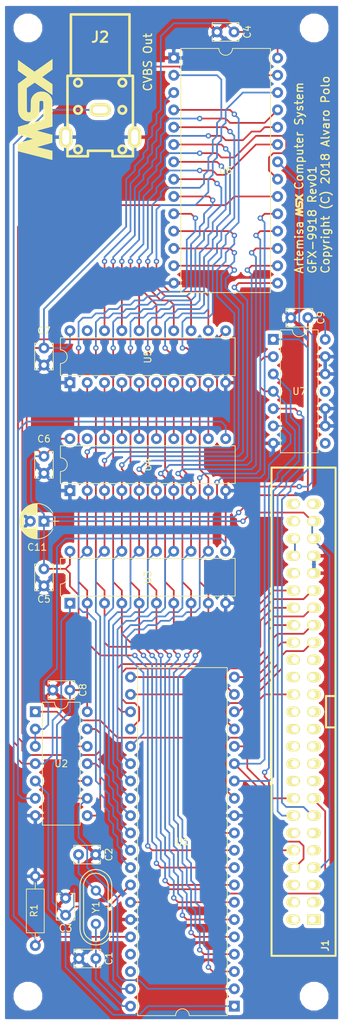
<source format=kicad_pcb>
(kicad_pcb (version 20171130) (host pcbnew "(5.0.0)")
  (layers (0 F.Cu signal) (31 B.Cu signal) (34 B.Paste user) (35 F.Paste user) (36 B.SilkS user) (37 F.SilkS user) (38 B.Mask user) (39 F.Mask user) (44 Edge.Cuts user))
  (net 0 "")
  (net 1 "Net-(C1-Pad1)")
  (net 2 GND)
  (net 3 "Net-(C2-Pad1)")
  (net 4 VCC)
  (net 5 "Net-(J1-Pad42)")
  (net 6 "Net-(J1-Pad44)")
  (net 7 "Net-(J1-Pad49)")
  (net 8 "Net-(J1-Pad50)")
  (net 9 "Net-(J1-Pad48)")
  (net 10 /DATA5)
  (net 11 /DATA4)
  (net 12 /DATA6)
  (net 13 /DATA7)
  (net 14 /DATA3)
  (net 15 /DATA2)
  (net 16 /DATA0)
  (net 17 /DATA1)
  (net 18 "Net-(J1-Pad31)")
  (net 19 "Net-(J1-Pad32)")
  (net 20 "Net-(J1-Pad27)")
  (net 21 /MODE)
  (net 22 "Net-(J1-Pad30)")
  (net 23 "Net-(J1-Pad29)")
  (net 24 "Net-(J1-Pad25)")
  (net 25 "Net-(J1-Pad26)")
  (net 26 "Net-(J1-Pad24)")
  (net 27 "Net-(J1-Pad23)")
  (net 28 "Net-(J1-Pad21)")
  (net 29 "Net-(J1-Pad22)")
  (net 30 "Net-(J1-Pad20)")
  (net 31 "Net-(J1-Pad19)")
  (net 32 "Net-(J1-Pad17)")
  (net 33 "Net-(J1-Pad18)")
  (net 34 /~VDPIOSL)
  (net 35 /~RESET)
  (net 36 /~WR)
  (net 37 /~RD)
  (net 38 "Net-(J1-Pad12)")
  (net 39 "Net-(J1-Pad11)")
  (net 40 "Net-(J1-Pad9)")
  (net 41 /~CSR)
  (net 42 /~IRQ)
  (net 43 "Net-(J1-Pad1)")
  (net 44 "Net-(J1-Pad2)")
  (net 45 "Net-(J1-Pad3)")
  (net 46 "Net-(J1-Pad4)")
  (net 47 "Net-(J1-Pad5)")
  (net 48 "Net-(J1-Pad6)")
  (net 49 "Net-(J2-Pad1)")
  (net 50 /~RAS)
  (net 51 /~CAS)
  (net 52 /AD7)
  (net 53 /AD6)
  (net 54 /AD5)
  (net 55 /VD7)
  (net 56 /AD4)
  (net 57 /VD6)
  (net 58 /AD3)
  (net 59 /VD5)
  (net 60 /AD2)
  (net 61 /VD4)
  (net 62 /AD1)
  (net 63 /VD3)
  (net 64 /AD0)
  (net 65 /VD2)
  (net 66 "Net-(U1-Pad11)")
  (net 67 /VD1)
  (net 68 /VD0)
  (net 69 "Net-(U1-Pad14)")
  (net 70 "Net-(U1-Pad37)")
  (net 71 "Net-(U1-Pad38)")
  (net 72 "Net-(U2-Pad11)")
  (net 73 /WR)
  (net 74 "Net-(U2-Pad10)")
  (net 75 /RD)
  (net 76 /COL)
  (net 77 /ROW)
  (net 78 "Net-(U4-Pad19)")
  (net 79 "Net-(U4-Pad18)")
  (net 80 "Net-(U4-Pad17)")
  (net 81 "Net-(U4-Pad16)")
  (net 82 "Net-(U4-Pad15)")
  (net 83 "Net-(U4-Pad14)")
  (net 84 "Net-(U4-Pad13)")
  (net 85 "Net-(U4-Pad12)")
  (net 86 "Net-(U5-Pad12)")
  (net 87 "Net-(U5-Pad13)")
  (net 88 "Net-(U5-Pad14)")
  (net 89 "Net-(U5-Pad15)")
  (net 90 "Net-(U5-Pad16)")
  (net 91 "Net-(U5-Pad17)")
  (net 92 "Net-(U5-Pad18)")
  (net 93 "Net-(U5-Pad19)")
  (net 94 "Net-(U7-Pad11)")
  (net 95 "Net-(U7-Pad8)")
  (module artemsx:DIP-28_600 (layer F.Cu) (at 69.4 46.395)
    (fp_text reference U6 (at 7.62 16.51) (layer F.SilkS))
    (fp_text value HM62256ALP-10)
    (pad 1 thru_hole rect (at 0 0) (size 1.6 1.6) (drill 0.8) (layers *.Cu *.Mask) (net 2 GND))
    (pad 15 thru_hole oval (at 15.24 33.02) (size 1.6 1.6) (drill 0.8) (layers *.Cu *.Mask) (net 63 /VD3))
    (pad 2 thru_hole oval (at 0 2.54) (size 1.6 1.6) (drill 0.8) (layers *.Cu *.Mask) (net 87 "Net-(U5-Pad13)"))
    (pad 16 thru_hole oval (at 15.24 30.48) (size 1.6 1.6) (drill 0.8) (layers *.Cu *.Mask) (net 61 /VD4))
    (pad 3 thru_hole oval (at 0 5.08) (size 1.6 1.6) (drill 0.8) (layers *.Cu *.Mask) (net 92 "Net-(U5-Pad18)"))
    (pad 17 thru_hole oval (at 15.24 27.94) (size 1.6 1.6) (drill 0.8) (layers *.Cu *.Mask) (net 59 /VD5))
    (pad 4 thru_hole oval (at 0 7.62) (size 1.6 1.6) (drill 0.8) (layers *.Cu *.Mask) (net 85 "Net-(U4-Pad12)"))
    (pad 18 thru_hole oval (at 15.24 25.4) (size 1.6 1.6) (drill 0.8) (layers *.Cu *.Mask) (net 57 /VD6))
    (pad 5 thru_hole oval (at 0 10.16) (size 1.6 1.6) (drill 0.8) (layers *.Cu *.Mask) (net 84 "Net-(U4-Pad13)"))
    (pad 19 thru_hole oval (at 15.24 22.86) (size 1.6 1.6) (drill 0.8) (layers *.Cu *.Mask) (net 55 /VD7))
    (pad 6 thru_hole oval (at 0 12.7) (size 1.6 1.6) (drill 0.8) (layers *.Cu *.Mask) (net 83 "Net-(U4-Pad14)"))
    (pad 20 thru_hole oval (at 15.24 20.32) (size 1.6 1.6) (drill 0.8) (layers *.Cu *.Mask) (net 51 /~CAS))
    (pad 7 thru_hole oval (at 0 15.24) (size 1.6 1.6) (drill 0.8) (layers *.Cu *.Mask) (net 82 "Net-(U4-Pad15)"))
    (pad 21 thru_hole oval (at 15.24 17.78) (size 1.6 1.6) (drill 0.8) (layers *.Cu *.Mask) (net 89 "Net-(U5-Pad15)"))
    (pad 8 thru_hole oval (at 0 17.78) (size 1.6 1.6) (drill 0.8) (layers *.Cu *.Mask) (net 81 "Net-(U4-Pad16)"))
    (pad 22 thru_hole oval (at 15.24 15.24) (size 1.6 1.6) (drill 0.8) (layers *.Cu *.Mask) (net 73 /WR))
    (pad 9 thru_hole oval (at 0 20.32) (size 1.6 1.6) (drill 0.8) (layers *.Cu *.Mask) (net 80 "Net-(U4-Pad17)"))
    (pad 23 thru_hole oval (at 15.24 12.7) (size 1.6 1.6) (drill 0.8) (layers *.Cu *.Mask) (net 88 "Net-(U5-Pad14)"))
    (pad 10 thru_hole oval (at 0 22.86) (size 1.6 1.6) (drill 0.8) (layers *.Cu *.Mask) (net 79 "Net-(U4-Pad18)"))
    (pad 24 thru_hole oval (at 15.24 10.16) (size 1.6 1.6) (drill 0.8) (layers *.Cu *.Mask) (net 90 "Net-(U5-Pad16)"))
    (pad 11 thru_hole oval (at 0 25.4) (size 1.6 1.6) (drill 0.8) (layers *.Cu *.Mask) (net 68 /VD0))
    (pad 25 thru_hole oval (at 15.24 7.62) (size 1.6 1.6) (drill 0.8) (layers *.Cu *.Mask) (net 91 "Net-(U5-Pad17)"))
    (pad 12 thru_hole oval (at 0 27.94) (size 1.6 1.6) (drill 0.8) (layers *.Cu *.Mask) (net 67 /VD1))
    (pad 26 thru_hole oval (at 15.24 5.08) (size 1.6 1.6) (drill 0.8) (layers *.Cu *.Mask) (net 86 "Net-(U5-Pad12)"))
    (pad 13 thru_hole oval (at 0 30.48) (size 1.6 1.6) (drill 0.8) (layers *.Cu *.Mask) (net 65 /VD2))
    (pad 27 thru_hole oval (at 15.24 2.54) (size 1.6 1.6) (drill 0.8) (layers *.Cu *.Mask) (net 75 /RD))
    (pad 14 thru_hole oval (at 0 33.02) (size 1.6 1.6) (drill 0.8) (layers *.Cu *.Mask) (net 2 GND))
    (pad 28 thru_hole oval (at 15.24 0) (size 1.6 1.6) (drill 0.8) (layers *.Cu *.Mask) (net 4 VCC))
  )
  (module artemsx:DIP-20_300 (layer F.Cu) (at 54.16 94.02 90)
    (fp_text reference U5 (at 3.81 11.43 90) (layer F.SilkS))
    (fp_text value 74HCT574)
    (pad 1 thru_hole rect (at 0 0 90) (size 1.6 1.6) (drill 0.8) (layers *.Cu *.Mask) (net 2 GND))
    (pad 11 thru_hole oval (at 7.62 22.86 90) (size 1.6 1.6) (drill 0.8) (layers *.Cu *.Mask) (net 76 /COL))
    (pad 2 thru_hole oval (at 0 2.54 90) (size 1.6 1.6) (drill 0.8) (layers *.Cu *.Mask) (net 64 /AD0))
    (pad 12 thru_hole oval (at 7.62 20.32 90) (size 1.6 1.6) (drill 0.8) (layers *.Cu *.Mask) (net 86 "Net-(U5-Pad12)"))
    (pad 3 thru_hole oval (at 0 5.08 90) (size 1.6 1.6) (drill 0.8) (layers *.Cu *.Mask) (net 62 /AD1))
    (pad 13 thru_hole oval (at 7.62 17.78 90) (size 1.6 1.6) (drill 0.8) (layers *.Cu *.Mask) (net 87 "Net-(U5-Pad13)"))
    (pad 4 thru_hole oval (at 0 7.62 90) (size 1.6 1.6) (drill 0.8) (layers *.Cu *.Mask) (net 60 /AD2))
    (pad 14 thru_hole oval (at 7.62 15.24 90) (size 1.6 1.6) (drill 0.8) (layers *.Cu *.Mask) (net 88 "Net-(U5-Pad14)"))
    (pad 5 thru_hole oval (at 0 10.16 90) (size 1.6 1.6) (drill 0.8) (layers *.Cu *.Mask) (net 58 /AD3))
    (pad 15 thru_hole oval (at 7.62 12.7 90) (size 1.6 1.6) (drill 0.8) (layers *.Cu *.Mask) (net 89 "Net-(U5-Pad15)"))
    (pad 6 thru_hole oval (at 0 12.7 90) (size 1.6 1.6) (drill 0.8) (layers *.Cu *.Mask) (net 56 /AD4))
    (pad 16 thru_hole oval (at 7.62 10.16 90) (size 1.6 1.6) (drill 0.8) (layers *.Cu *.Mask) (net 90 "Net-(U5-Pad16)"))
    (pad 7 thru_hole oval (at 0 15.24 90) (size 1.6 1.6) (drill 0.8) (layers *.Cu *.Mask) (net 54 /AD5))
    (pad 17 thru_hole oval (at 7.62 7.62 90) (size 1.6 1.6) (drill 0.8) (layers *.Cu *.Mask) (net 91 "Net-(U5-Pad17)"))
    (pad 8 thru_hole oval (at 0 17.78 90) (size 1.6 1.6) (drill 0.8) (layers *.Cu *.Mask) (net 53 /AD6))
    (pad 18 thru_hole oval (at 7.62 5.08 90) (size 1.6 1.6) (drill 0.8) (layers *.Cu *.Mask) (net 92 "Net-(U5-Pad18)"))
    (pad 9 thru_hole oval (at 0 20.32 90) (size 1.6 1.6) (drill 0.8) (layers *.Cu *.Mask) (net 52 /AD7))
    (pad 19 thru_hole oval (at 7.62 2.54 90) (size 1.6 1.6) (drill 0.8) (layers *.Cu *.Mask) (net 93 "Net-(U5-Pad19)"))
    (pad 10 thru_hole oval (at 0 22.86 90) (size 1.6 1.6) (drill 0.8) (layers *.Cu *.Mask) (net 2 GND))
    (pad 20 thru_hole oval (at 7.62 0 90) (size 1.6 1.6) (drill 0.8) (layers *.Cu *.Mask) (net 4 VCC))
  )
  (module artemsx:GFX_conn (layer F.Cu) (at 88.45 142.28 90)
    (fp_text reference J1 (at -34.29 3.175 90) (layer F.SilkS) (effects (font (thickness 0.2032))))
    (fp_text value GFX_Connector_Input hide)
    (pad 42 thru_hole oval (at 20.32 -1.27 90) (size 1.5 2) (drill 1 (offset 0 -0.25)) (layers *.Cu *.Mask F.SilkS) (net 5 "Net-(J1-Pad42)"))
    (pad 41 thru_hole oval (at 20.32 1.27 90) (size 1.5 2) (drill 1 (offset 0 0.25)) (layers *.Cu *.Mask F.SilkS) (net 2 GND))
    (pad 43 thru_hole oval (at 22.86 1.27 90) (size 1.5 2) (drill 1 (offset 0 0.25)) (layers *.Cu *.Mask F.SilkS) (net 2 GND))
    (pad 44 thru_hole oval (at 22.86 -1.27 90) (size 1.5 2) (drill 1 (offset 0 -0.25)) (layers *.Cu *.Mask F.SilkS) (net 6 "Net-(J1-Pad44)"))
    (pad 46 thru_hole oval (at 25.4 -1.27 90) (size 1.5 2) (drill 1 (offset 0 -0.25)) (layers *.Cu *.Mask F.SilkS) (net 6 "Net-(J1-Pad44)"))
    (pad 45 thru_hole oval (at 25.4 1.27 90) (size 1.5 2) (drill 1 (offset 0 0.25)) (layers *.Cu *.Mask F.SilkS) (net 4 VCC))
    (pad 49 thru_hole oval (at 30.48 1.27 90) (size 1.5 2) (drill 1 (offset 0 0.25)) (layers *.Cu *.Mask F.SilkS) (net 7 "Net-(J1-Pad49)"))
    (pad 50 thru_hole oval (at 30.48 -1.27 90) (size 1.5 2) (drill 1 (offset 0 -0.25)) (layers *.Cu *.Mask F.SilkS) (net 8 "Net-(J1-Pad50)"))
    (pad 48 thru_hole oval (at 27.94 -1.27 90) (size 1.5 2) (drill 1 (offset 0 -0.25)) (layers *.Cu *.Mask F.SilkS) (net 9 "Net-(J1-Pad48)"))
    (pad 47 thru_hole oval (at 27.94 1.27 90) (size 1.5 2) (drill 1 (offset 0 0.25)) (layers *.Cu *.Mask F.SilkS) (net 4 VCC))
    (pad 37 thru_hole oval (at 15.24 1.27 90) (size 1.5 2) (drill 1 (offset 0 0.25)) (layers *.Cu *.Mask F.SilkS) (net 10 /DATA5))
    (pad 38 thru_hole oval (at 15.24 -1.27 90) (size 1.5 2) (drill 1 (offset 0 -0.25)) (layers *.Cu *.Mask F.SilkS) (net 11 /DATA4))
    (pad 40 thru_hole oval (at 17.78 -1.27 90) (size 1.5 2) (drill 1 (offset 0 -0.25)) (layers *.Cu *.Mask F.SilkS) (net 12 /DATA6))
    (pad 39 thru_hole oval (at 17.78 1.27 90) (size 1.5 2) (drill 1 (offset 0 0.25)) (layers *.Cu *.Mask F.SilkS) (net 13 /DATA7))
    (pad 35 thru_hole oval (at 12.7 1.27 90) (size 1.5 2) (drill 1 (offset 0 0.25)) (layers *.Cu *.Mask F.SilkS) (net 14 /DATA3))
    (pad 36 thru_hole oval (at 12.7 -1.27 90) (size 1.5 2) (drill 1 (offset 0 -0.25)) (layers *.Cu *.Mask F.SilkS) (net 15 /DATA2))
    (pad 34 thru_hole oval (at 10.16 -1.27 90) (size 1.5 2) (drill 1 (offset 0 -0.25)) (layers *.Cu *.Mask F.SilkS) (net 16 /DATA0))
    (pad 33 thru_hole oval (at 10.16 1.27 90) (size 1.5 2) (drill 1 (offset 0 0.25)) (layers *.Cu *.Mask F.SilkS) (net 17 /DATA1))
    (pad 31 thru_hole oval (at 7.62 1.27 90) (size 1.5 2) (drill 1 (offset 0 0.25)) (layers *.Cu *.Mask F.SilkS) (net 18 "Net-(J1-Pad31)"))
    (pad 32 thru_hole oval (at 7.62 -1.27 90) (size 1.5 2) (drill 1 (offset 0 -0.25)) (layers *.Cu *.Mask F.SilkS) (net 19 "Net-(J1-Pad32)"))
    (pad 27 thru_hole oval (at 2.54 1.27 90) (size 1.5 2) (drill 1 (offset 0 0.25)) (layers *.Cu *.Mask F.SilkS) (net 20 "Net-(J1-Pad27)"))
    (pad 28 thru_hole oval (at 2.54 -1.27 90) (size 1.5 2) (drill 1 (offset 0 -0.25)) (layers *.Cu *.Mask F.SilkS) (net 21 /MODE))
    (pad 30 thru_hole oval (at 5.08 -1.27 90) (size 1.5 2) (drill 1 (offset 0 -0.25)) (layers *.Cu *.Mask F.SilkS) (net 22 "Net-(J1-Pad30)"))
    (pad 29 thru_hole oval (at 5.08 1.27 90) (size 1.5 2) (drill 1 (offset 0 0.25)) (layers *.Cu *.Mask F.SilkS) (net 23 "Net-(J1-Pad29)"))
    (pad 25 thru_hole oval (at 0 1.27 90) (size 1.5 2) (drill 1 (offset 0 0.25)) (layers *.Cu *.Mask F.SilkS) (net 24 "Net-(J1-Pad25)"))
    (pad 26 thru_hole oval (at 0 -1.27 90) (size 1.5 2) (drill 1 (offset 0 -0.25)) (layers *.Cu *.Mask F.SilkS) (net 25 "Net-(J1-Pad26)"))
    (pad 24 thru_hole oval (at -2.54 -1.27 90) (size 1.5 2) (drill 1 (offset 0 -0.25)) (layers *.Cu *.Mask F.SilkS) (net 26 "Net-(J1-Pad24)"))
    (pad 23 thru_hole oval (at -2.54 1.27 90) (size 1.5 2) (drill 1 (offset 0 0.25)) (layers *.Cu *.Mask F.SilkS) (net 27 "Net-(J1-Pad23)"))
    (pad 21 thru_hole oval (at -5.08 1.27 90) (size 1.5 2) (drill 1 (offset 0 0.25)) (layers *.Cu *.Mask F.SilkS) (net 28 "Net-(J1-Pad21)"))
    (pad 22 thru_hole oval (at -5.08 -1.27 90) (size 1.5 2) (drill 1 (offset 0 -0.25)) (layers *.Cu *.Mask F.SilkS) (net 29 "Net-(J1-Pad22)"))
    (pad 20 thru_hole oval (at -7.62 -1.27 90) (size 1.5 2) (drill 1 (offset 0 -0.25)) (layers *.Cu *.Mask F.SilkS) (net 30 "Net-(J1-Pad20)"))
    (pad 19 thru_hole oval (at -7.62 1.27 90) (size 1.5 2) (drill 1 (offset 0 0.25)) (layers *.Cu *.Mask F.SilkS) (net 31 "Net-(J1-Pad19)"))
    (pad 17 thru_hole oval (at -10.16 1.27 90) (size 1.5 2) (drill 1 (offset 0 0.25)) (layers *.Cu *.Mask F.SilkS) (net 32 "Net-(J1-Pad17)"))
    (pad 18 thru_hole oval (at -10.16 -1.27 90) (size 1.5 2) (drill 1 (offset 0 -0.25)) (layers *.Cu *.Mask F.SilkS) (net 33 "Net-(J1-Pad18)"))
    (pad 16 thru_hole oval (at -12.7 -1.27 90) (size 1.5 2) (drill 1 (offset 0 -0.25)) (layers *.Cu *.Mask F.SilkS) (net 34 /~VDPIOSL))
    (pad 15 thru_hole oval (at -12.7 1.27 90) (size 1.5 2) (drill 1 (offset 0 0.25)) (layers *.Cu *.Mask F.SilkS) (net 35 /~RESET))
    (pad 13 thru_hole oval (at -15.24 1.27 90) (size 1.5 2) (drill 1 (offset 0 0.25)) (layers *.Cu *.Mask F.SilkS) (net 36 /~WR))
    (pad 14 thru_hole oval (at -15.24 -1.27 90) (size 1.5 2) (drill 1 (offset 0 -0.25)) (layers *.Cu *.Mask F.SilkS) (net 37 /~RD))
    (pad 12 thru_hole oval (at -17.78 -1.27 90) (size 1.5 2) (drill 1 (offset 0 -0.25)) (layers *.Cu *.Mask F.SilkS) (net 38 "Net-(J1-Pad12)"))
    (pad 11 thru_hole oval (at -17.78 1.27 90) (size 1.5 2) (drill 1 (offset 0 0.25)) (layers *.Cu *.Mask F.SilkS) (net 39 "Net-(J1-Pad11)"))
    (pad 9 thru_hole oval (at -20.32 1.27 90) (size 1.5 2) (drill 1 (offset 0 0.25)) (layers *.Cu *.Mask F.SilkS) (net 40 "Net-(J1-Pad9)"))
    (pad 10 thru_hole oval (at -20.32 -1.27 90) (size 1.5 2) (drill 1 (offset 0 -0.25)) (layers *.Cu *.Mask F.SilkS) (net 41 /~CSR))
    (pad 8 thru_hole oval (at -22.86 -1.27 90) (size 1.5 2) (drill 1 (offset 0 -0.25)) (layers *.Cu *.Mask F.SilkS) (net 42 /~IRQ))
    (pad 7 thru_hole oval (at -22.86 1.27 90) (size 1.5 2) (drill 1 (offset 0 0.25)) (layers *.Cu *.Mask F.SilkS) (net 4 VCC))
    (pad 1 thru_hole rect (at -30.48 1.27 90) (size 1.5 2) (drill 1 (offset 0 0.25)) (layers *.Cu *.Mask F.SilkS) (net 43 "Net-(J1-Pad1)"))
    (pad 2 thru_hole oval (at -30.48 -1.27 90) (size 1.5 2) (drill 1 (offset 0 -0.25)) (layers *.Cu *.Mask F.SilkS) (net 44 "Net-(J1-Pad2)"))
    (pad 3 thru_hole oval (at -27.94 1.27 90) (size 1.5 2) (drill 1 (offset 0 0.25)) (layers *.Cu *.Mask F.SilkS) (net 45 "Net-(J1-Pad3)"))
    (pad 4 thru_hole oval (at -27.94 -1.27 90) (size 1.5 2) (drill 1 (offset 0 -0.25)) (layers *.Cu *.Mask F.SilkS) (net 46 "Net-(J1-Pad4)"))
    (pad 5 thru_hole oval (at -25.4 1.27 90) (size 1.5 2) (drill 1 (offset 0 0.25)) (layers *.Cu *.Mask F.SilkS) (net 47 "Net-(J1-Pad5)"))
    (pad 6 thru_hole oval (at -25.4 -1.27 90) (size 1.5 2) (drill 1 (offset 0 -0.25)) (layers *.Cu *.Mask F.SilkS) (net 48 "Net-(J1-Pad6)"))
  )
  (module artemsx:Mounting_hole_M3 (layer F.Cu) (at 90 42)
    (fp_text reference REF** hide)
    (fp_text value MountingHole_M3)
    (pad 1 np_thru_hole circle (at 0 0) (size 3.2 3.2) (drill 3.2) (layers *.Cu *.Mask))
  )
  (module artemsx:Mounting_hole_M3 (layer F.Cu) (at 48 42)
    (fp_text reference REF** hide)
    (fp_text value MountingHole_M3)
    (pad 1 np_thru_hole circle (at 0 0) (size 3.2 3.2) (drill 3.2) (layers *.Cu *.Mask))
  )
  (module artemsx:Mounting_hole_M3 (layer F.Cu) (at 48 184)
    (fp_text reference REF** hide)
    (fp_text value MountingHole_M3)
    (pad 1 np_thru_hole circle (at 0 0) (size 3.2 3.2) (drill 3.2) (layers *.Cu *.Mask))
  )
  (module artemsx:Disc_capacitor (layer F.Cu) (at 57.97 178.475 180)
    (fp_text reference C1 (at -1.905 0 90) (layer F.SilkS))
    (fp_text value 27pF)
    (pad 1 thru_hole circle (at 0 0 180) (size 1.6 1.6) (drill 0.8) (layers *.Cu *.Mask) (net 1 "Net-(C1-Pad1)"))
    (pad 2 thru_hole circle (at 2.5 0 180) (size 1.6 1.6) (drill 0.8) (layers *.Cu *.Mask) (net 2 GND))
  )
  (module artemsx:Disc_capacitor (layer F.Cu) (at 55.43 163.235)
    (fp_text reference C2 (at 4.445 0 90) (layer F.SilkS))
    (fp_text value 27pF)
    (pad 2 thru_hole circle (at 2.5 0) (size 1.6 1.6) (drill 0.8) (layers *.Cu *.Mask) (net 2 GND))
    (pad 1 thru_hole circle (at 0 0) (size 1.6 1.6) (drill 0.8) (layers *.Cu *.Mask) (net 3 "Net-(C2-Pad1)"))
  )
  (module artemsx:Disc_capacitor (layer F.Cu) (at 53.525 172.125 90)
    (fp_text reference C3 (at -1.905 0 -180) (layer F.SilkS))
    (fp_text value 100nF)
    (pad 1 thru_hole circle (at 0 0 90) (size 1.6 1.6) (drill 0.8) (layers *.Cu *.Mask) (net 4 VCC))
    (pad 2 thru_hole circle (at 2.5 0 90) (size 1.6 1.6) (drill 0.8) (layers *.Cu *.Mask) (net 2 GND))
  )
  (module artemsx:Disc_capacitor (layer F.Cu) (at 78.25 42.585 180)
    (fp_text reference C4 (at -1.945 0 270) (layer F.SilkS))
    (fp_text value 100nF)
    (pad 2 thru_hole circle (at 2.5 0 180) (size 1.6 1.6) (drill 0.8) (layers *.Cu *.Mask) (net 2 GND))
    (pad 1 thru_hole circle (at 0 0 180) (size 1.6 1.6) (drill 0.8) (layers *.Cu *.Mask) (net 4 VCC))
  )
  (module artemsx:Disc_capacitor (layer F.Cu) (at 50.35 121.325 270)
    (fp_text reference C5 (at 4.445 0) (layer F.SilkS))
    (fp_text value .1uF)
    (pad 2 thru_hole circle (at 2.5 0 270) (size 1.6 1.6) (drill 0.8) (layers *.Cu *.Mask) (net 2 GND))
    (pad 1 thru_hole circle (at 0 0 270) (size 1.6 1.6) (drill 0.8) (layers *.Cu *.Mask) (net 4 VCC))
  )
  (module artemsx:Disc_capacitor (layer F.Cu) (at 50.35 104.815 270)
    (fp_text reference C6 (at -2.54 0) (layer F.SilkS))
    (fp_text value .1uF)
    (pad 1 thru_hole circle (at 0 0 270) (size 1.6 1.6) (drill 0.8) (layers *.Cu *.Mask) (net 4 VCC))
    (pad 2 thru_hole circle (at 2.5 0 270) (size 1.6 1.6) (drill 0.8) (layers *.Cu *.Mask) (net 2 GND))
  )
  (module artemsx:Disc_capacitor (layer F.Cu) (at 50.35 88.94 270)
    (fp_text reference C7 (at -2.54 0) (layer F.SilkS))
    (fp_text value .1uF)
    (pad 1 thru_hole circle (at 0 0 270) (size 1.6 1.6) (drill 0.8) (layers *.Cu *.Mask) (net 4 VCC))
    (pad 2 thru_hole circle (at 2.5 0 270) (size 1.6 1.6) (drill 0.8) (layers *.Cu *.Mask) (net 2 GND))
  )
  (module artemsx:Disc_capacitor (layer F.Cu) (at 54.16 139.105 180)
    (fp_text reference C8 (at -1.905 0 270) (layer F.SilkS))
    (fp_text value .1uF)
    (pad 2 thru_hole circle (at 2.5 0 180) (size 1.6 1.6) (drill 0.8) (layers *.Cu *.Mask) (net 2 GND))
    (pad 1 thru_hole circle (at 0 0 180) (size 1.6 1.6) (drill 0.8) (layers *.Cu *.Mask) (net 4 VCC))
  )
  (module artemsx:Disc_capacitor (layer F.Cu) (at 89.085 84.495 180)
    (fp_text reference C9 (at -1.905 0 270) (layer F.SilkS))
    (fp_text value .1uF)
    (pad 1 thru_hole circle (at 0 0 180) (size 1.6 1.6) (drill 0.8) (layers *.Cu *.Mask) (net 4 VCC))
    (pad 2 thru_hole circle (at 2.5 0 180) (size 1.6 1.6) (drill 0.8) (layers *.Cu *.Mask) (net 2 GND))
  )
  (module artemsx:Radial_capacitor (layer F.Cu) (at 50.35 114.34 180)
    (fp_text reference C11 (at 1 -3.81 180) (layer F.SilkS))
    (fp_text value 10uF)
    (pad 1 thru_hole rect (at 0 0 180) (size 1.6 1.6) (drill 0.8) (layers *.Cu *.Mask) (net 4 VCC))
    (pad 2 thru_hole circle (at 2 0 180) (size 1.6 1.6) (drill 0.8) (layers *.Cu *.Mask) (net 2 GND))
  )
  (module artemsx:RCA (layer F.Cu) (at 58.605 54.015 180)
    (fp_text reference J2 (at 0 10.668 180) (layer F.SilkS) (effects (font (size 1.524 1.524) (thickness 0.3048))))
    (fp_text value "CVBS Out" (at -6.985 6.985 270) (layer F.SilkS) (effects (font (size 1.2 1.2) (thickness 0.2))))
    (pad 2 thru_hole oval (at 5.0546 -3.99796 180) (size 1.99898 3.19786) (drill oval 0.99568 2.1971) (layers *.Cu *.Mask F.SilkS) (net 2 GND))
    (pad 1 thru_hole oval (at 0 0 180) (size 3.19786 1.99898) (drill oval 2.1971 0.99568) (layers *.Cu *.Mask F.SilkS) (net 49 "Net-(J2-Pad1)"))
    (pad 2 thru_hole oval (at -5.0546 -3.99796 180) (size 1.99898 3.19786) (drill oval 0.99568 2.1971) (layers *.Cu *.Mask F.SilkS) (net 2 GND))
  )
  (module artemsx:Axial_resistor (layer F.Cu) (at 49.08 176.57 90)
    (fp_text reference R1 (at 5.12 -0.185 90) (layer F.SilkS))
    (fp_text value 470)
    (pad 1 thru_hole circle (at 0 0 90) (size 1.6 1.6) (drill 0.8) (layers *.Cu *.Mask) (net 49 "Net-(J2-Pad1)"))
    (pad 2 thru_hole oval (at 10.16 0 90) (size 1.6 1.6) (drill 0.8) (layers *.Cu *.Mask) (net 2 GND))
  )
  (module artemsx:DIP-40_600 (layer F.Cu) (at 78.29 185.46 180)
    (fp_text reference U1 (at 7.62 24.13 180) (layer F.SilkS))
    (fp_text value TMS9918)
    (pad 1 thru_hole rect (at 0 0 180) (size 1.6 1.6) (drill 0.8) (layers *.Cu *.Mask) (net 50 /~RAS))
    (pad 21 thru_hole oval (at 15.24 48.26 180) (size 1.6 1.6) (drill 0.8) (layers *.Cu *.Mask) (net 11 /DATA4))
    (pad 2 thru_hole oval (at 0 2.54 180) (size 1.6 1.6) (drill 0.8) (layers *.Cu *.Mask) (net 51 /~CAS))
    (pad 22 thru_hole oval (at 15.24 45.72 180) (size 1.6 1.6) (drill 0.8) (layers *.Cu *.Mask) (net 10 /DATA5))
    (pad 3 thru_hole oval (at 0 5.08 180) (size 1.6 1.6) (drill 0.8) (layers *.Cu *.Mask) (net 52 /AD7))
    (pad 23 thru_hole oval (at 15.24 43.18 180) (size 1.6 1.6) (drill 0.8) (layers *.Cu *.Mask) (net 12 /DATA6))
    (pad 4 thru_hole oval (at 0 7.62 180) (size 1.6 1.6) (drill 0.8) (layers *.Cu *.Mask) (net 53 /AD6))
    (pad 24 thru_hole oval (at 15.24 40.64 180) (size 1.6 1.6) (drill 0.8) (layers *.Cu *.Mask) (net 13 /DATA7))
    (pad 5 thru_hole oval (at 0 10.16 180) (size 1.6 1.6) (drill 0.8) (layers *.Cu *.Mask) (net 54 /AD5))
    (pad 25 thru_hole oval (at 15.24 38.1 180) (size 1.6 1.6) (drill 0.8) (layers *.Cu *.Mask) (net 55 /VD7))
    (pad 6 thru_hole oval (at 0 12.7 180) (size 1.6 1.6) (drill 0.8) (layers *.Cu *.Mask) (net 56 /AD4))
    (pad 26 thru_hole oval (at 15.24 35.56 180) (size 1.6 1.6) (drill 0.8) (layers *.Cu *.Mask) (net 57 /VD6))
    (pad 7 thru_hole oval (at 0 15.24 180) (size 1.6 1.6) (drill 0.8) (layers *.Cu *.Mask) (net 58 /AD3))
    (pad 27 thru_hole oval (at 15.24 33.02 180) (size 1.6 1.6) (drill 0.8) (layers *.Cu *.Mask) (net 59 /VD5))
    (pad 8 thru_hole oval (at 0 17.78 180) (size 1.6 1.6) (drill 0.8) (layers *.Cu *.Mask) (net 60 /AD2))
    (pad 28 thru_hole oval (at 15.24 30.48 180) (size 1.6 1.6) (drill 0.8) (layers *.Cu *.Mask) (net 61 /VD4))
    (pad 9 thru_hole oval (at 0 20.32 180) (size 1.6 1.6) (drill 0.8) (layers *.Cu *.Mask) (net 62 /AD1))
    (pad 29 thru_hole oval (at 15.24 27.94 180) (size 1.6 1.6) (drill 0.8) (layers *.Cu *.Mask) (net 63 /VD3))
    (pad 10 thru_hole oval (at 0 22.86 180) (size 1.6 1.6) (drill 0.8) (layers *.Cu *.Mask) (net 64 /AD0))
    (pad 30 thru_hole oval (at 15.24 25.4 180) (size 1.6 1.6) (drill 0.8) (layers *.Cu *.Mask) (net 65 /VD2))
    (pad 11 thru_hole oval (at 0 25.4 180) (size 1.6 1.6) (drill 0.8) (layers *.Cu *.Mask) (net 66 "Net-(U1-Pad11)"))
    (pad 31 thru_hole oval (at 15.24 22.86 180) (size 1.6 1.6) (drill 0.8) (layers *.Cu *.Mask) (net 67 /VD1))
    (pad 12 thru_hole oval (at 0 27.94 180) (size 1.6 1.6) (drill 0.8) (layers *.Cu *.Mask) (net 2 GND))
    (pad 32 thru_hole oval (at 15.24 20.32 180) (size 1.6 1.6) (drill 0.8) (layers *.Cu *.Mask) (net 68 /VD0))
    (pad 13 thru_hole oval (at 0 30.48 180) (size 1.6 1.6) (drill 0.8) (layers *.Cu *.Mask) (net 21 /MODE))
    (pad 33 thru_hole oval (at 15.24 17.78 180) (size 1.6 1.6) (drill 0.8) (layers *.Cu *.Mask) (net 4 VCC))
    (pad 14 thru_hole oval (at 0 33.02 180) (size 1.6 1.6) (drill 0.8) (layers *.Cu *.Mask) (net 69 "Net-(U1-Pad14)"))
    (pad 34 thru_hole oval (at 15.24 15.24 180) (size 1.6 1.6) (drill 0.8) (layers *.Cu *.Mask) (net 35 /~RESET))
    (pad 15 thru_hole oval (at 0 35.56 180) (size 1.6 1.6) (drill 0.8) (layers *.Cu *.Mask) (net 41 /~CSR))
    (pad 35 thru_hole oval (at 15.24 12.7 180) (size 1.6 1.6) (drill 0.8) (layers *.Cu *.Mask) (net 2 GND))
    (pad 16 thru_hole oval (at 0 38.1 180) (size 1.6 1.6) (drill 0.8) (layers *.Cu *.Mask) (net 42 /~IRQ))
    (pad 36 thru_hole oval (at 15.24 10.16 180) (size 1.6 1.6) (drill 0.8) (layers *.Cu *.Mask) (net 49 "Net-(J2-Pad1)"))
    (pad 17 thru_hole oval (at 0 40.64 180) (size 1.6 1.6) (drill 0.8) (layers *.Cu *.Mask) (net 16 /DATA0))
    (pad 37 thru_hole oval (at 15.24 7.62 180) (size 1.6 1.6) (drill 0.8) (layers *.Cu *.Mask) (net 70 "Net-(U1-Pad37)"))
    (pad 18 thru_hole oval (at 0 43.18 180) (size 1.6 1.6) (drill 0.8) (layers *.Cu *.Mask) (net 17 /DATA1))
    (pad 38 thru_hole oval (at 15.24 5.08 180) (size 1.6 1.6) (drill 0.8) (layers *.Cu *.Mask) (net 71 "Net-(U1-Pad38)"))
    (pad 19 thru_hole oval (at 0 45.72 180) (size 1.6 1.6) (drill 0.8) (layers *.Cu *.Mask) (net 15 /DATA2))
    (pad 39 thru_hole oval (at 15.24 2.54 180) (size 1.6 1.6) (drill 0.8) (layers *.Cu *.Mask) (net 3 "Net-(C2-Pad1)"))
    (pad 20 thru_hole oval (at 0 48.26 180) (size 1.6 1.6) (drill 0.8) (layers *.Cu *.Mask) (net 14 /DATA3))
    (pad 40 thru_hole oval (at 15.24 0 180) (size 1.6 1.6) (drill 0.8) (layers *.Cu *.Mask) (net 1 "Net-(C1-Pad1)"))
  )
  (module artemsx:DIP-14_300 (layer F.Cu) (at 49.08 142.28)
    (fp_text reference U2 (at 3.81 7.62) (layer F.SilkS))
    (fp_text value 74HCT04)
    (pad 1 thru_hole rect (at 0 0) (size 1.6 1.6) (drill 0.8) (layers *.Cu *.Mask) (net 66 "Net-(U1-Pad11)"))
    (pad 8 thru_hole oval (at 7.62 15.24) (size 1.6 1.6) (drill 0.8) (layers *.Cu *.Mask) (net 72 "Net-(U2-Pad11)"))
    (pad 2 thru_hole oval (at 0 2.54) (size 1.6 1.6) (drill 0.8) (layers *.Cu *.Mask) (net 73 /WR))
    (pad 9 thru_hole oval (at 7.62 12.7) (size 1.6 1.6) (drill 0.8) (layers *.Cu *.Mask) (net 51 /~CAS))
    (pad 3 thru_hole oval (at 0 5.08) (size 1.6 1.6) (drill 0.8) (layers *.Cu *.Mask) (net 73 /WR))
    (pad 10 thru_hole oval (at 7.62 10.16) (size 1.6 1.6) (drill 0.8) (layers *.Cu *.Mask) (net 74 "Net-(U2-Pad10)"))
    (pad 4 thru_hole oval (at 0 7.62) (size 1.6 1.6) (drill 0.8) (layers *.Cu *.Mask) (net 75 /RD))
    (pad 11 thru_hole oval (at 7.62 7.62) (size 1.6 1.6) (drill 0.8) (layers *.Cu *.Mask) (net 72 "Net-(U2-Pad11)"))
    (pad 5 thru_hole oval (at 0 10.16) (size 1.6 1.6) (drill 0.8) (layers *.Cu *.Mask) (net 50 /~RAS))
    (pad 12 thru_hole oval (at 7.62 5.08) (size 1.6 1.6) (drill 0.8) (layers *.Cu *.Mask) (net 76 /COL))
    (pad 6 thru_hole oval (at 0 12.7) (size 1.6 1.6) (drill 0.8) (layers *.Cu *.Mask) (net 77 /ROW))
    (pad 13 thru_hole oval (at 7.62 2.54) (size 1.6 1.6) (drill 0.8) (layers *.Cu *.Mask) (net 74 "Net-(U2-Pad10)"))
    (pad 7 thru_hole oval (at 0 15.24) (size 1.6 1.6) (drill 0.8) (layers *.Cu *.Mask) (net 2 GND))
    (pad 14 thru_hole oval (at 7.62 0) (size 1.6 1.6) (drill 0.8) (layers *.Cu *.Mask) (net 4 VCC))
  )
  (module artemsx:DIP-20_300 (layer F.Cu) (at 54.16 126.365 90)
    (fp_text reference U3 (at 3.81 11.43 90) (layer F.SilkS))
    (fp_text value 74HCT574)
    (pad 1 thru_hole rect (at 0 0 90) (size 1.6 1.6) (drill 0.8) (layers *.Cu *.Mask) (net 75 /RD))
    (pad 11 thru_hole oval (at 7.62 22.86 90) (size 1.6 1.6) (drill 0.8) (layers *.Cu *.Mask) (net 73 /WR))
    (pad 2 thru_hole oval (at 0 2.54 90) (size 1.6 1.6) (drill 0.8) (layers *.Cu *.Mask) (net 64 /AD0))
    (pad 12 thru_hole oval (at 7.62 20.32 90) (size 1.6 1.6) (drill 0.8) (layers *.Cu *.Mask) (net 55 /VD7))
    (pad 3 thru_hole oval (at 0 5.08 90) (size 1.6 1.6) (drill 0.8) (layers *.Cu *.Mask) (net 62 /AD1))
    (pad 13 thru_hole oval (at 7.62 17.78 90) (size 1.6 1.6) (drill 0.8) (layers *.Cu *.Mask) (net 57 /VD6))
    (pad 4 thru_hole oval (at 0 7.62 90) (size 1.6 1.6) (drill 0.8) (layers *.Cu *.Mask) (net 60 /AD2))
    (pad 14 thru_hole oval (at 7.62 15.24 90) (size 1.6 1.6) (drill 0.8) (layers *.Cu *.Mask) (net 59 /VD5))
    (pad 5 thru_hole oval (at 0 10.16 90) (size 1.6 1.6) (drill 0.8) (layers *.Cu *.Mask) (net 58 /AD3))
    (pad 15 thru_hole oval (at 7.62 12.7 90) (size 1.6 1.6) (drill 0.8) (layers *.Cu *.Mask) (net 61 /VD4))
    (pad 6 thru_hole oval (at 0 12.7 90) (size 1.6 1.6) (drill 0.8) (layers *.Cu *.Mask) (net 56 /AD4))
    (pad 16 thru_hole oval (at 7.62 10.16 90) (size 1.6 1.6) (drill 0.8) (layers *.Cu *.Mask) (net 63 /VD3))
    (pad 7 thru_hole oval (at 0 15.24 90) (size 1.6 1.6) (drill 0.8) (layers *.Cu *.Mask) (net 54 /AD5))
    (pad 17 thru_hole oval (at 7.62 7.62 90) (size 1.6 1.6) (drill 0.8) (layers *.Cu *.Mask) (net 65 /VD2))
    (pad 8 thru_hole oval (at 0 17.78 90) (size 1.6 1.6) (drill 0.8) (layers *.Cu *.Mask) (net 53 /AD6))
    (pad 18 thru_hole oval (at 7.62 5.08 90) (size 1.6 1.6) (drill 0.8) (layers *.Cu *.Mask) (net 67 /VD1))
    (pad 9 thru_hole oval (at 0 20.32 90) (size 1.6 1.6) (drill 0.8) (layers *.Cu *.Mask) (net 52 /AD7))
    (pad 19 thru_hole oval (at 7.62 2.54 90) (size 1.6 1.6) (drill 0.8) (layers *.Cu *.Mask) (net 68 /VD0))
    (pad 10 thru_hole oval (at 0 22.86 90) (size 1.6 1.6) (drill 0.8) (layers *.Cu *.Mask) (net 2 GND))
    (pad 20 thru_hole oval (at 7.62 0 90) (size 1.6 1.6) (drill 0.8) (layers *.Cu *.Mask) (net 4 VCC))
  )
  (module artemsx:DIP-20_300 (layer F.Cu) (at 54.16 109.855 90)
    (fp_text reference U4 (at 3.81 11.43 90) (layer F.SilkS))
    (fp_text value 74HCT574)
    (pad 20 thru_hole oval (at 7.62 0 90) (size 1.6 1.6) (drill 0.8) (layers *.Cu *.Mask) (net 4 VCC))
    (pad 10 thru_hole oval (at 0 22.86 90) (size 1.6 1.6) (drill 0.8) (layers *.Cu *.Mask) (net 2 GND))
    (pad 19 thru_hole oval (at 7.62 2.54 90) (size 1.6 1.6) (drill 0.8) (layers *.Cu *.Mask) (net 78 "Net-(U4-Pad19)"))
    (pad 9 thru_hole oval (at 0 20.32 90) (size 1.6 1.6) (drill 0.8) (layers *.Cu *.Mask) (net 52 /AD7))
    (pad 18 thru_hole oval (at 7.62 5.08 90) (size 1.6 1.6) (drill 0.8) (layers *.Cu *.Mask) (net 79 "Net-(U4-Pad18)"))
    (pad 8 thru_hole oval (at 0 17.78 90) (size 1.6 1.6) (drill 0.8) (layers *.Cu *.Mask) (net 53 /AD6))
    (pad 17 thru_hole oval (at 7.62 7.62 90) (size 1.6 1.6) (drill 0.8) (layers *.Cu *.Mask) (net 80 "Net-(U4-Pad17)"))
    (pad 7 thru_hole oval (at 0 15.24 90) (size 1.6 1.6) (drill 0.8) (layers *.Cu *.Mask) (net 54 /AD5))
    (pad 16 thru_hole oval (at 7.62 10.16 90) (size 1.6 1.6) (drill 0.8) (layers *.Cu *.Mask) (net 81 "Net-(U4-Pad16)"))
    (pad 6 thru_hole oval (at 0 12.7 90) (size 1.6 1.6) (drill 0.8) (layers *.Cu *.Mask) (net 56 /AD4))
    (pad 15 thru_hole oval (at 7.62 12.7 90) (size 1.6 1.6) (drill 0.8) (layers *.Cu *.Mask) (net 82 "Net-(U4-Pad15)"))
    (pad 5 thru_hole oval (at 0 10.16 90) (size 1.6 1.6) (drill 0.8) (layers *.Cu *.Mask) (net 58 /AD3))
    (pad 14 thru_hole oval (at 7.62 15.24 90) (size 1.6 1.6) (drill 0.8) (layers *.Cu *.Mask) (net 83 "Net-(U4-Pad14)"))
    (pad 4 thru_hole oval (at 0 7.62 90) (size 1.6 1.6) (drill 0.8) (layers *.Cu *.Mask) (net 60 /AD2))
    (pad 13 thru_hole oval (at 7.62 17.78 90) (size 1.6 1.6) (drill 0.8) (layers *.Cu *.Mask) (net 84 "Net-(U4-Pad13)"))
    (pad 3 thru_hole oval (at 0 5.08 90) (size 1.6 1.6) (drill 0.8) (layers *.Cu *.Mask) (net 62 /AD1))
    (pad 12 thru_hole oval (at 7.62 20.32 90) (size 1.6 1.6) (drill 0.8) (layers *.Cu *.Mask) (net 85 "Net-(U4-Pad12)"))
    (pad 2 thru_hole oval (at 0 2.54 90) (size 1.6 1.6) (drill 0.8) (layers *.Cu *.Mask) (net 64 /AD0))
    (pad 11 thru_hole oval (at 7.62 22.86 90) (size 1.6 1.6) (drill 0.8) (layers *.Cu *.Mask) (net 77 /ROW))
    (pad 1 thru_hole rect (at 0 0 90) (size 1.6 1.6) (drill 0.8) (layers *.Cu *.Mask) (net 2 GND))
  )
  (module artemsx:DIP-14_300 (layer F.Cu) (at 84.005 87.67)
    (fp_text reference U7 (at 3.81 7.62) (layer F.SilkS))
    (fp_text value 74HC32)
    (pad 14 thru_hole oval (at 7.62 0) (size 1.6 1.6) (drill 0.8) (layers *.Cu *.Mask) (net 4 VCC))
    (pad 7 thru_hole oval (at 0 15.24) (size 1.6 1.6) (drill 0.8) (layers *.Cu *.Mask) (net 2 GND))
    (pad 13 thru_hole oval (at 7.62 2.54) (size 1.6 1.6) (drill 0.8) (layers *.Cu *.Mask) (net 2 GND))
    (pad 6 thru_hole oval (at 0 12.7) (size 1.6 1.6) (drill 0.8) (layers *.Cu *.Mask) (net 41 /~CSR))
    (pad 12 thru_hole oval (at 7.62 5.08) (size 1.6 1.6) (drill 0.8) (layers *.Cu *.Mask) (net 2 GND))
    (pad 5 thru_hole oval (at 0 10.16) (size 1.6 1.6) (drill 0.8) (layers *.Cu *.Mask) (net 37 /~RD))
    (pad 11 thru_hole oval (at 7.62 7.62) (size 1.6 1.6) (drill 0.8) (layers *.Cu *.Mask) (net 94 "Net-(U7-Pad11)"))
    (pad 4 thru_hole oval (at 0 7.62) (size 1.6 1.6) (drill 0.8) (layers *.Cu *.Mask) (net 34 /~VDPIOSL))
    (pad 10 thru_hole oval (at 7.62 10.16) (size 1.6 1.6) (drill 0.8) (layers *.Cu *.Mask) (net 2 GND))
    (pad 3 thru_hole oval (at 0 5.08) (size 1.6 1.6) (drill 0.8) (layers *.Cu *.Mask) (net 69 "Net-(U1-Pad14)"))
    (pad 9 thru_hole oval (at 7.62 12.7) (size 1.6 1.6) (drill 0.8) (layers *.Cu *.Mask) (net 2 GND))
    (pad 2 thru_hole oval (at 0 2.54) (size 1.6 1.6) (drill 0.8) (layers *.Cu *.Mask) (net 34 /~VDPIOSL))
    (pad 8 thru_hole oval (at 7.62 15.24) (size 1.6 1.6) (drill 0.8) (layers *.Cu *.Mask) (net 95 "Net-(U7-Pad8)"))
    (pad 1 thru_hole rect (at 0 0) (size 1.6 1.6) (drill 0.8) (layers *.Cu *.Mask) (net 36 /~WR))
  )
  (module artemsx:Crystal (layer F.Cu) (at 57.97 170.95406 90)
    (fp_text reference Y1 (at 0 0 90) (layer F.SilkS))
    (fp_text value 10.7386Mhz hide)
    (pad 1 thru_hole circle (at -2.44094 0 90) (size 1.50114 1.50114) (drill 0.8001) (layers *.Cu *.Mask) (net 1 "Net-(C1-Pad1)"))
    (pad 2 thru_hole circle (at 2.44094 0 90) (size 1.50114 1.50114) (drill 0.8001) (layers *.Cu *.Mask) (net 3 "Net-(C2-Pad1)"))
  )
  (module artemsx:Mounting_hole_M3 (layer F.Cu) (at 90 184)
    (fp_text reference REF** hide)
    (fp_text value MountingHole_M3)
    (pad 1 np_thru_hole circle (at 0 0) (size 3.2 3.2) (drill 3.2) (layers *.Cu *.Mask))
  )
  (module artemsx:MSX_logo (layer F.Cu) (at 49.08 54.015 90)
    (fp_text reference G*** hide)
    (fp_text value LOGO hide)
  )
  (module artemsx:MSX_logo_small (layer F.Cu) (at 87.815 67.985 90)
    (fp_text reference G*** hide)
    (fp_text value LOGO hide)
  )
  (gr_text "Artemisa     Computer System\nGFX-9918 Rev01\nCopyright (C) 2018 Alvaro Polo" (at 89.72 78.145 90) (layer F.SilkS) (effects (font (size 1.2 1.2) (thickness 0.2)) (justify left)))
  (segment (start 57.97 179.60637) (end 57.97 178.475) (width 0.25) (layer B.Cu) (net 1))
  (segment (start 57.97 181.51137) (end 57.97 179.60637) (width 0.25) (layer B.Cu) (net 1))
  (segment (start 61.91863 185.46) (end 57.97 181.51137) (width 0.25) (layer B.Cu) (net 1))
  (segment (start 63.05 185.46) (end 61.91863 185.46) (width 0.25) (layer B.Cu) (net 1))
  (segment (start 57.97 178.475) (end 57.97 173.395) (width 0.25) (layer B.Cu) (net 1))
  (segment (start 55.43 165.97312) (end 57.97 168.51312) (width 0.25) (layer B.Cu) (net 3))
  (segment (start 55.43 163.235) (end 55.43 165.97312) (width 0.25) (layer B.Cu) (net 3))
  (segment (start 61.78 182.92) (end 63.05 182.92) (width 0.25) (layer B.Cu) (net 3))
  (segment (start 60.51 181.65) (end 61.78 182.92) (width 0.25) (layer B.Cu) (net 3))
  (segment (start 57.97 168.51312) (end 60.51 171.05312) (width 0.25) (layer B.Cu) (net 3))
  (segment (start 60.51 171.05312) (end 60.51 181.65) (width 0.25) (layer B.Cu) (net 3))
  (segment (start 89.72 165.14) (end 90.99 165.14) (width 0.25) (layer B.Cu) (net 4))
  (segment (start 90.99 165.14) (end 92.26 163.87) (width 0.25) (layer B.Cu) (net 4))
  (segment (start 92.26 119.42) (end 89.72 116.88) (width 0.25) (layer B.Cu) (net 4))
  (segment (start 92.26 163.87) (end 92.26 119.42) (width 0.25) (layer B.Cu) (net 4))
  (segment (start 89.72 116.88) (end 89.72 114.34) (width 0.25) (layer B.Cu) (net 4))
  (segment (start 59.875 170.855) (end 63.05 167.68) (width 0.25) (layer F.Cu) (net 4))
  (segment (start 53.525 172.125) (end 54.795 170.855) (width 0.25) (layer F.Cu) (net 4))
  (segment (start 54.795 170.855) (end 59.875 170.855) (width 0.25) (layer F.Cu) (net 4))
  (segment (start 54.16 139.105) (end 55.43 139.105) (width 0.25) (layer F.Cu) (net 4))
  (segment (start 55.43 139.105) (end 56.7 140.375) (width 0.25) (layer F.Cu) (net 4))
  (segment (start 56.7 140.375) (end 56.7 142.28) (width 0.25) (layer F.Cu) (net 4))
  (segment (start 51.62 170.22) (end 53.525 172.125) (width 0.25) (layer B.Cu) (net 4))
  (segment (start 54.16 139.105) (end 54.16 142.28) (width 0.25) (layer B.Cu) (net 4))
  (segment (start 51.62 149.9) (end 52.255 149.265) (width 0.25) (layer B.Cu) (net 4))
  (segment (start 51.62 149.9) (end 51.62 170.22) (width 0.25) (layer B.Cu) (net 4))
  (segment (start 52.255 149.265) (end 52.255 144.185) (width 0.25) (layer B.Cu) (net 4))
  (segment (start 54.16 142.28) (end 52.255 144.185) (width 0.25) (layer B.Cu) (net 4))
  (segment (start 52.93 102.235) (end 50.35 104.815) (width 0.25) (layer F.Cu) (net 4))
  (segment (start 54.16 102.235) (end 52.93 102.235) (width 0.25) (layer F.Cu) (net 4))
  (segment (start 50.35 113.29) (end 50.35 114.34) (width 0.25) (layer B.Cu) (net 4))
  (segment (start 48.445 111.385) (end 50.35 113.29) (width 0.25) (layer B.Cu) (net 4))
  (segment (start 48.445 105.45) (end 48.445 111.385) (width 0.25) (layer B.Cu) (net 4))
  (segment (start 49.08 104.815) (end 48.445 105.45) (width 0.25) (layer B.Cu) (net 4))
  (segment (start 50.35 104.815) (end 49.08 104.815) (width 0.25) (layer B.Cu) (net 4))
  (segment (start 54.16 118.745) (end 54.16 120.69) (width 0.25) (layer F.Cu) (net 4))
  (segment (start 54.16 120.69) (end 53.525 121.325) (width 0.25) (layer F.Cu) (net 4))
  (segment (start 53.525 121.325) (end 50.35 121.325) (width 0.25) (layer F.Cu) (net 4))
  (segment (start 54.16 134.66) (end 54.16 139.105) (width 0.25) (layer F.Cu) (net 4))
  (segment (start 55.43 133.39) (end 54.16 134.66) (width 0.25) (layer F.Cu) (net 4))
  (segment (start 55.43 125.135) (end 55.43 133.39) (width 0.25) (layer F.Cu) (net 4))
  (segment (start 54.16 123.865) (end 55.43 125.135) (width 0.25) (layer F.Cu) (net 4))
  (segment (start 53.525 121.325) (end 54.16 121.96) (width 0.25) (layer F.Cu) (net 4))
  (segment (start 54.16 121.96) (end 54.16 123.865) (width 0.25) (layer F.Cu) (net 4))
  (segment (start 53.525 172.125) (end 54.795 170.855) (width 0.25) (layer B.Cu) (net 4))
  (segment (start 54.795 170.855) (end 54.795 168.315) (width 0.25) (layer B.Cu) (net 4))
  (via (at 79.56 114.34) (size 0.8) (drill 0.4) (layers F.Cu B.Cu) (net 4))
  (segment (start 50.35 114.34) (end 79.56 114.34) (width 0.25) (layer B.Cu) (net 4))
  (segment (start 88.45 113.07) (end 89.72 114.34) (width 0.25) (layer F.Cu) (net 4))
  (segment (start 79.56 114.34) (end 80.83 113.07) (width 0.25) (layer F.Cu) (net 4))
  (segment (start 80.83 113.07) (end 88.45 113.07) (width 0.25) (layer F.Cu) (net 4))
  (segment (start 48.445 88.94) (end 50.35 88.94) (width 0.25) (layer F.Cu) (net 4))
  (segment (start 47.81 89.575) (end 48.445 88.94) (width 0.25) (layer F.Cu) (net 4))
  (segment (start 50.35 104.815) (end 47.81 102.275) (width 0.25) (layer F.Cu) (net 4))
  (segment (start 47.81 102.275) (end 47.81 89.575) (width 0.25) (layer F.Cu) (net 4))
  (segment (start 50.35 88.94) (end 53.525 88.94) (width 0.25) (layer B.Cu) (net 4))
  (segment (start 53.525 88.94) (end 54.16 88.305) (width 0.25) (layer B.Cu) (net 4))
  (segment (start 54.16 88.305) (end 54.16 86.4) (width 0.25) (layer B.Cu) (net 4))
  (segment (start 78.25 42.585) (end 83.37 42.585) (width 0.25) (layer F.Cu) (net 4))
  (segment (start 83.37 42.585) (end 84.64 43.855) (width 0.25) (layer F.Cu) (net 4))
  (segment (start 84.64 43.855) (end 84.64 46.395) (width 0.25) (layer F.Cu) (net 4))
  (segment (start 69.4 41.315) (end 76.98 41.315) (width 0.25) (layer B.Cu) (net 4))
  (segment (start 62.415 64.175) (end 63.685 62.905) (width 0.25) (layer B.Cu) (net 4))
  (segment (start 63.685 62.905) (end 63.685 62.27) (width 0.25) (layer B.Cu) (net 4))
  (segment (start 66.225 56.555) (end 66.86 55.92) (width 0.25) (layer B.Cu) (net 4))
  (segment (start 50.35 88.94) (end 50.35 83.225) (width 0.25) (layer B.Cu) (net 4))
  (segment (start 76.98 41.315) (end 78.25 42.585) (width 0.25) (layer B.Cu) (net 4))
  (segment (start 64.955 61) (end 64.955 60.365) (width 0.25) (layer B.Cu) (net 4))
  (segment (start 63.685 62.27) (end 64.955 61) (width 0.25) (layer B.Cu) (net 4))
  (segment (start 50.35 83.225) (end 62.415 71.16) (width 0.25) (layer B.Cu) (net 4))
  (segment (start 65.59 59.73) (end 65.59 58.46) (width 0.25) (layer B.Cu) (net 4))
  (segment (start 64.955 60.365) (end 65.59 59.73) (width 0.25) (layer B.Cu) (net 4))
  (segment (start 67.495 43.22) (end 69.4 41.315) (width 0.25) (layer B.Cu) (net 4))
  (segment (start 65.59 58.46) (end 66.225 57.825) (width 0.25) (layer B.Cu) (net 4))
  (segment (start 66.225 57.825) (end 66.225 56.555) (width 0.25) (layer B.Cu) (net 4))
  (segment (start 66.86 55.92) (end 66.86 54.65) (width 0.25) (layer B.Cu) (net 4))
  (segment (start 62.415 71.16) (end 62.415 64.175) (width 0.25) (layer B.Cu) (net 4))
  (segment (start 66.86 54.65) (end 67.495 54.015) (width 0.25) (layer B.Cu) (net 4))
  (segment (start 67.495 54.015) (end 67.495 43.22) (width 0.25) (layer B.Cu) (net 4))
  (segment (start 50.35 114.34) (end 50.985 113.705) (width 0.25) (layer B.Cu) (net 4))
  (segment (start 50.985 113.705) (end 52.255 113.705) (width 0.25) (layer B.Cu) (net 4))
  (segment (start 52.255 113.705) (end 78.29 113.705) (width 0.25) (layer B.Cu) (net 4))
  (segment (start 50.35 114.34) (end 50.35 121.325) (width 0.25) (layer B.Cu) (net 4))
  (segment (start 89.085 84.495) (end 90.99 84.495) (width 0.25) (layer B.Cu) (net 4))
  (segment (start 90.99 84.495) (end 91.625 85.13) (width 0.25) (layer B.Cu) (net 4))
  (segment (start 91.625 85.13) (end 91.625 87.67) (width 0.25) (layer B.Cu) (net 4))
  (via (at 78.925 113.07) (size 0.8) (drill 0.4) (layers F.Cu B.Cu) (net 4))
  (segment (start 78.29 113.705) (end 78.925 113.07) (width 0.25) (layer B.Cu) (net 4))
  (segment (start 89.085 108.625) (end 89.085 84.495) (width 0.25) (layer F.Cu) (net 4))
  (segment (start 89.085 109.895) (end 89.085 108.625) (width 0.25) (layer F.Cu) (net 4))
  (segment (start 88.45 110.53) (end 89.085 109.895) (width 0.25) (layer F.Cu) (net 4))
  (segment (start 78.925 113.07) (end 81.465 110.53) (width 0.25) (layer F.Cu) (net 4))
  (segment (start 81.465 110.53) (end 88.45 110.53) (width 0.25) (layer F.Cu) (net 4))
  (segment (start 87.18 116.88) (end 87.18 119.42) (width 0.25) (layer B.Cu) (net 6))
  (segment (start 88.45 128.31) (end 89.72 127.04) (width 0.25) (layer F.Cu) (net 10))
  (segment (start 72.575 139.74) (end 77.02 135.295) (width 0.25) (layer F.Cu) (net 10))
  (segment (start 63.05 139.74) (end 72.575 139.74) (width 0.25) (layer F.Cu) (net 10))
  (segment (start 77.02 135.295) (end 80.83 135.295) (width 0.25) (layer F.Cu) (net 10))
  (segment (start 80.83 135.295) (end 82.735 133.39) (width 0.25) (layer F.Cu) (net 10))
  (segment (start 82.735 133.39) (end 82.735 129.58) (width 0.25) (layer F.Cu) (net 10))
  (segment (start 84.005 128.31) (end 88.45 128.31) (width 0.25) (layer F.Cu) (net 10))
  (segment (start 82.735 129.58) (end 84.005 128.31) (width 0.25) (layer F.Cu) (net 10))
  (segment (start 63.05 137.2) (end 73.845 137.2) (width 0.25) (layer F.Cu) (net 11))
  (segment (start 73.845 137.2) (end 76.385 134.66) (width 0.25) (layer F.Cu) (net 11))
  (segment (start 76.385 134.66) (end 80.195 134.66) (width 0.25) (layer F.Cu) (net 11))
  (segment (start 80.195 134.66) (end 82.1 132.755) (width 0.25) (layer F.Cu) (net 11))
  (segment (start 82.1 132.755) (end 82.1 128.945) (width 0.25) (layer F.Cu) (net 11))
  (segment (start 84.005 127.04) (end 87.18 127.04) (width 0.25) (layer F.Cu) (net 11))
  (segment (start 82.1 128.945) (end 84.005 127.04) (width 0.25) (layer F.Cu) (net 11))
  (segment (start 84.005 124.5) (end 87.18 124.5) (width 0.25) (layer F.Cu) (net 12))
  (segment (start 80.83 127.675) (end 84.005 124.5) (width 0.25) (layer F.Cu) (net 12))
  (segment (start 80.83 131.485) (end 80.83 127.675) (width 0.25) (layer F.Cu) (net 12))
  (segment (start 78.925 133.39) (end 80.83 131.485) (width 0.25) (layer F.Cu) (net 12))
  (segment (start 75.115 133.39) (end 78.925 133.39) (width 0.25) (layer F.Cu) (net 12))
  (segment (start 61.78 142.28) (end 61.145 141.645) (width 0.25) (layer F.Cu) (net 12))
  (segment (start 63.05 142.28) (end 61.78 142.28) (width 0.25) (layer F.Cu) (net 12))
  (segment (start 61.145 141.645) (end 61.145 135.93) (width 0.25) (layer F.Cu) (net 12))
  (segment (start 61.145 135.93) (end 61.78 135.295) (width 0.25) (layer F.Cu) (net 12))
  (segment (start 61.78 135.295) (end 73.21 135.295) (width 0.25) (layer F.Cu) (net 12))
  (segment (start 73.21 135.295) (end 75.115 133.39) (width 0.25) (layer F.Cu) (net 12))
  (segment (start 64.32 141.645) (end 64.32 143.55) (width 0.25) (layer F.Cu) (net 13))
  (segment (start 63.685 141.01) (end 64.32 141.645) (width 0.25) (layer F.Cu) (net 13))
  (segment (start 62.415 141.01) (end 63.685 141.01) (width 0.25) (layer F.Cu) (net 13))
  (segment (start 61.78 136.565) (end 61.78 140.375) (width 0.25) (layer F.Cu) (net 13))
  (segment (start 62.415 135.93) (end 61.78 136.565) (width 0.25) (layer F.Cu) (net 13))
  (segment (start 73.845 135.93) (end 62.415 135.93) (width 0.25) (layer F.Cu) (net 13))
  (segment (start 75.75 134.025) (end 73.845 135.93) (width 0.25) (layer F.Cu) (net 13))
  (segment (start 61.78 140.375) (end 62.415 141.01) (width 0.25) (layer F.Cu) (net 13))
  (segment (start 88.45 125.77) (end 84.005 125.77) (width 0.25) (layer F.Cu) (net 13))
  (segment (start 64.32 143.55) (end 63.05 144.82) (width 0.25) (layer F.Cu) (net 13))
  (segment (start 89.72 124.5) (end 88.45 125.77) (width 0.25) (layer F.Cu) (net 13))
  (segment (start 84.005 125.77) (end 81.465 128.31) (width 0.25) (layer F.Cu) (net 13))
  (segment (start 81.465 128.31) (end 81.465 132.12) (width 0.25) (layer F.Cu) (net 13))
  (segment (start 81.465 132.12) (end 79.56 134.025) (width 0.25) (layer F.Cu) (net 13))
  (segment (start 79.56 134.025) (end 75.75 134.025) (width 0.25) (layer F.Cu) (net 13))
  (segment (start 88.45 130.85) (end 89.72 129.58) (width 0.25) (layer F.Cu) (net 14))
  (segment (start 84.64 130.85) (end 88.45 130.85) (width 0.25) (layer F.Cu) (net 14))
  (segment (start 78.29 137.2) (end 81.465 137.2) (width 0.25) (layer F.Cu) (net 14))
  (segment (start 81.465 137.2) (end 84.005 134.66) (width 0.25) (layer F.Cu) (net 14))
  (segment (start 84.005 134.66) (end 84.005 131.485) (width 0.25) (layer F.Cu) (net 14))
  (segment (start 84.005 131.485) (end 84.64 130.85) (width 0.25) (layer F.Cu) (net 14))
  (segment (start 84.005 129.58) (end 87.18 129.58) (width 0.25) (layer F.Cu) (net 15))
  (segment (start 78.29 139.74) (end 77.02 138.47) (width 0.25) (layer F.Cu) (net 15))
  (segment (start 77.02 138.47) (end 77.02 136.565) (width 0.25) (layer F.Cu) (net 15))
  (segment (start 77.655 135.93) (end 81.465 135.93) (width 0.25) (layer F.Cu) (net 15))
  (segment (start 77.02 136.565) (end 77.655 135.93) (width 0.25) (layer F.Cu) (net 15))
  (segment (start 81.465 135.93) (end 83.37 134.025) (width 0.25) (layer F.Cu) (net 15))
  (segment (start 83.37 134.025) (end 83.37 130.215) (width 0.25) (layer F.Cu) (net 15))
  (segment (start 83.37 130.215) (end 84.005 129.58) (width 0.25) (layer F.Cu) (net 15))
  (segment (start 79.56 140.37359) (end 80.195 139.73859) (width 0.25) (layer F.Cu) (net 16))
  (segment (start 77.02 143.55) (end 77.02 141.645) (width 0.25) (layer F.Cu) (net 16))
  (segment (start 78.29 144.82) (end 77.02 143.55) (width 0.25) (layer F.Cu) (net 16))
  (segment (start 77.02 141.645) (end 77.655 141.01) (width 0.25) (layer F.Cu) (net 16))
  (segment (start 77.655 141.01) (end 78.925 141.01) (width 0.25) (layer F.Cu) (net 16))
  (segment (start 78.925 141.01) (end 79.56 140.375) (width 0.25) (layer F.Cu) (net 16))
  (segment (start 79.56 140.375) (end 79.56 140.37359) (width 0.25) (layer F.Cu) (net 16))
  (segment (start 80.195 139.73859) (end 80.19641 139.73859) (width 0.25) (layer F.Cu) (net 16))
  (segment (start 80.19641 139.73859) (end 84.64 135.295) (width 0.25) (layer F.Cu) (net 16))
  (segment (start 84.64 132.755) (end 85.275 132.12) (width 0.25) (layer F.Cu) (net 16))
  (segment (start 84.64 135.295) (end 84.64 132.755) (width 0.25) (layer F.Cu) (net 16))
  (segment (start 85.275 132.12) (end 87.18 132.12) (width 0.25) (layer F.Cu) (net 16))
  (segment (start 88.45 133.39) (end 89.72 132.12) (width 0.25) (layer F.Cu) (net 17))
  (segment (start 85.91 133.39) (end 88.45 133.39) (width 0.25) (layer F.Cu) (net 17))
  (segment (start 85.275 134.025) (end 85.91 133.39) (width 0.25) (layer F.Cu) (net 17))
  (segment (start 85.275 135.93) (end 85.275 134.025) (width 0.25) (layer F.Cu) (net 17))
  (segment (start 78.925 142.28) (end 85.275 135.93) (width 0.25) (layer F.Cu) (net 17))
  (segment (start 78.29 142.28) (end 78.925 142.28) (width 0.25) (layer F.Cu) (net 17))
  (segment (start 82.735 139.74) (end 87.18 139.74) (width 0.25) (layer F.Cu) (net 21))
  (segment (start 80.195 142.28) (end 82.735 139.74) (width 0.25) (layer F.Cu) (net 21))
  (segment (start 77.02 153.71) (end 77.02 146.725) (width 0.25) (layer F.Cu) (net 21))
  (segment (start 78.29 154.98) (end 77.02 153.71) (width 0.25) (layer F.Cu) (net 21))
  (segment (start 77.02 146.725) (end 77.655 146.09) (width 0.25) (layer F.Cu) (net 21))
  (segment (start 77.655 146.09) (end 79.56 146.09) (width 0.25) (layer F.Cu) (net 21))
  (segment (start 79.56 146.09) (end 80.195 145.455) (width 0.25) (layer F.Cu) (net 21))
  (segment (start 80.195 145.455) (end 80.195 142.28) (width 0.25) (layer F.Cu) (net 21))
  (segment (start 82.735 95.29) (end 84.005 95.29) (width 0.25) (layer F.Cu) (net 34))
  (segment (start 82.1 94.655) (end 82.735 95.29) (width 0.25) (layer F.Cu) (net 34))
  (segment (start 82.1 90.845) (end 82.1 94.655) (width 0.25) (layer F.Cu) (net 34))
  (segment (start 84.005 90.21) (end 82.735 90.21) (width 0.25) (layer F.Cu) (net 34))
  (segment (start 82.735 90.21) (end 82.1 90.845) (width 0.25) (layer F.Cu) (net 34))
  (via (at 82.735 151.17) (size 0.8) (drill 0.4) (layers F.Cu B.Cu) (net 34))
  (segment (start 84.005 154.98) (end 87.18 154.98) (width 0.25) (layer F.Cu) (net 34))
  (segment (start 83.37 154.345) (end 84.005 154.98) (width 0.25) (layer F.Cu) (net 34))
  (segment (start 83.37 152.44) (end 83.37 154.345) (width 0.25) (layer F.Cu) (net 34))
  (segment (start 82.735 151.17) (end 82.735 151.805) (width 0.25) (layer F.Cu) (net 34))
  (segment (start 82.735 151.805) (end 83.37 152.44) (width 0.25) (layer F.Cu) (net 34))
  (segment (start 84.804999 96.089999) (end 84.005 95.29) (width 0.25) (layer B.Cu) (net 34))
  (segment (start 85.91 97.195) (end 84.804999 96.089999) (width 0.25) (layer B.Cu) (net 34))
  (segment (start 82.735 151.17) (end 83.37 150.535) (width 0.25) (layer B.Cu) (net 34))
  (segment (start 87.18 104.815) (end 87.18 101.005) (width 0.25) (layer B.Cu) (net 34))
  (segment (start 87.18 101.005) (end 85.91 99.735) (width 0.25) (layer B.Cu) (net 34))
  (segment (start 85.91 99.735) (end 85.91 97.195) (width 0.25) (layer B.Cu) (net 34))
  (segment (start 83.37 109.26) (end 84.64 107.99) (width 0.25) (layer B.Cu) (net 34))
  (segment (start 83.37 150.535) (end 83.37 109.26) (width 0.25) (layer B.Cu) (net 34))
  (segment (start 84.64 107.99) (end 84.64 107.355) (width 0.25) (layer B.Cu) (net 34))
  (segment (start 84.64 107.355) (end 87.18 104.815) (width 0.25) (layer B.Cu) (net 34))
  (segment (start 91.625 156.885) (end 89.72 154.98) (width 0.25) (layer F.Cu) (net 35))
  (segment (start 91.625 168.315) (end 91.625 156.885) (width 0.25) (layer F.Cu) (net 35))
  (segment (start 63.05 170.22) (end 64.955 170.22) (width 0.25) (layer F.Cu) (net 35))
  (segment (start 66.86 168.315) (end 76.385 168.315) (width 0.25) (layer F.Cu) (net 35))
  (segment (start 76.385 168.315) (end 77.02 168.95) (width 0.25) (layer F.Cu) (net 35))
  (segment (start 77.02 168.95) (end 90.99 168.95) (width 0.25) (layer F.Cu) (net 35))
  (segment (start 64.955 170.22) (end 66.86 168.315) (width 0.25) (layer F.Cu) (net 35))
  (segment (start 90.99 168.95) (end 91.625 168.315) (width 0.25) (layer F.Cu) (net 35))
  (segment (start 87.815 87.67) (end 84.005 87.67) (width 0.25) (layer B.Cu) (net 36))
  (segment (start 89.085 88.94) (end 87.815 87.67) (width 0.25) (layer B.Cu) (net 36))
  (segment (start 89.085 106.72) (end 89.085 88.94) (width 0.25) (layer B.Cu) (net 36))
  (segment (start 86.545 109.26) (end 89.085 106.72) (width 0.25) (layer B.Cu) (net 36))
  (segment (start 89.72 157.52) (end 88.45 156.25) (width 0.25) (layer B.Cu) (net 36))
  (segment (start 88.45 156.25) (end 85.91 156.25) (width 0.25) (layer B.Cu) (net 36))
  (segment (start 85.91 156.25) (end 85.275 155.615) (width 0.25) (layer B.Cu) (net 36))
  (segment (start 85.275 155.615) (end 85.275 111.165) (width 0.25) (layer B.Cu) (net 36))
  (segment (start 85.275 111.165) (end 86.545 109.895) (width 0.25) (layer B.Cu) (net 36))
  (segment (start 86.545 109.895) (end 86.545 109.26) (width 0.25) (layer B.Cu) (net 36))
  (via (at 87.815 98.465) (size 0.8) (drill 0.4) (layers F.Cu B.Cu) (net 37))
  (segment (start 87.815 98.465) (end 87.18 97.83) (width 0.25) (layer F.Cu) (net 37))
  (segment (start 87.18 97.83) (end 84.005 97.83) (width 0.25) (layer F.Cu) (net 37))
  (segment (start 88.45 99.1) (end 87.815 98.465) (width 0.25) (layer B.Cu) (net 37))
  (segment (start 88.45 106.085) (end 88.45 99.1) (width 0.25) (layer B.Cu) (net 37))
  (segment (start 87.18 157.52) (end 85.275 157.52) (width 0.25) (layer B.Cu) (net 37))
  (segment (start 85.275 157.52) (end 84.64 156.885) (width 0.25) (layer B.Cu) (net 37))
  (segment (start 84.64 110.53) (end 85.91 109.26) (width 0.25) (layer B.Cu) (net 37))
  (segment (start 84.64 156.885) (end 84.64 110.53) (width 0.25) (layer B.Cu) (net 37))
  (segment (start 85.91 109.26) (end 85.91 108.625) (width 0.25) (layer B.Cu) (net 37))
  (segment (start 85.91 108.625) (end 88.45 106.085) (width 0.25) (layer B.Cu) (net 37))
  (segment (start 85.275 162.6) (end 87.18 162.6) (width 0.25) (layer F.Cu) (net 41))
  (segment (start 82.1 159.425) (end 85.275 162.6) (width 0.25) (layer F.Cu) (net 41))
  (segment (start 78.29 149.9) (end 82.1 153.71) (width 0.25) (layer F.Cu) (net 41))
  (segment (start 82.1 153.71) (end 82.1 159.425) (width 0.25) (layer F.Cu) (net 41))
  (segment (start 82.1 149.9) (end 78.29 149.9) (width 0.25) (layer B.Cu) (net 41))
  (segment (start 82.735 149.265) (end 82.1 149.9) (width 0.25) (layer B.Cu) (net 41))
  (segment (start 82.735 108.625) (end 82.735 149.265) (width 0.25) (layer B.Cu) (net 41))
  (segment (start 85.275 100.37) (end 86.545 101.64) (width 0.25) (layer B.Cu) (net 41))
  (segment (start 84.005 100.37) (end 85.275 100.37) (width 0.25) (layer B.Cu) (net 41))
  (segment (start 86.545 101.64) (end 86.545 102.91) (width 0.25) (layer B.Cu) (net 41))
  (segment (start 86.545 102.91) (end 83.37 106.085) (width 0.25) (layer B.Cu) (net 41))
  (segment (start 83.37 106.085) (end 83.37 107.99) (width 0.25) (layer B.Cu) (net 41))
  (segment (start 83.37 107.99) (end 82.735 108.625) (width 0.25) (layer B.Cu) (net 41))
  (segment (start 87.18 165.14) (end 88.45 163.87) (width 0.25) (layer F.Cu) (net 42))
  (segment (start 88.45 163.87) (end 88.45 161.965) (width 0.25) (layer F.Cu) (net 42))
  (segment (start 88.45 161.965) (end 87.815 161.33) (width 0.25) (layer F.Cu) (net 42))
  (segment (start 87.815 161.33) (end 85.275 161.33) (width 0.25) (layer F.Cu) (net 42))
  (segment (start 85.275 161.33) (end 82.735 158.79) (width 0.25) (layer F.Cu) (net 42))
  (segment (start 82.735 153.075) (end 80.195 150.535) (width 0.25) (layer F.Cu) (net 42))
  (segment (start 82.735 153.075) (end 82.735 158.79) (width 0.25) (layer F.Cu) (net 42))
  (segment (start 80.195 150.535) (end 80.195 147.995) (width 0.25) (layer F.Cu) (net 42))
  (segment (start 80.195 147.995) (end 79.56 147.36) (width 0.25) (layer F.Cu) (net 42))
  (segment (start 78.29 147.36) (end 79.56 147.36) (width 0.25) (layer F.Cu) (net 42))
  (segment (start 50.35 175.3) (end 49.08 176.57) (width 0.25) (layer F.Cu) (net 49))
  (segment (start 63.05 175.3) (end 50.35 175.3) (width 0.25) (layer F.Cu) (net 49))
  (segment (start 49.08 175.43863) (end 49.08 176.57) (width 0.25) (layer B.Cu) (net 49))
  (segment (start 45.905 172.26363) (end 49.08 175.43863) (width 0.25) (layer B.Cu) (net 49))
  (segment (start 45.905 59.095) (end 45.905 172.26363) (width 0.25) (layer B.Cu) (net 49))
  (segment (start 51 54) (end 45.905 59.095) (width 0.25) (layer B.Cu) (net 49))
  (segment (start 53.54 54.015) (end 53.525 54) (width 0.25) (layer B.Cu) (net 49))
  (segment (start 58.605 54.015) (end 53.54 54.015) (width 0.25) (layer B.Cu) (net 49))
  (segment (start 53.525 54) (end 51 54) (width 0.25) (layer B.Cu) (net 49))
  (segment (start 56.74107 54) (end 56.7 54) (width 0.25) (layer B.Cu) (net 49))
  (segment (start 56.75607 54.015) (end 56.74107 54) (width 0.25) (layer B.Cu) (net 49))
  (segment (start 58.605 54.015) (end 56.75607 54.015) (width 0.25) (layer B.Cu) (net 49))
  (segment (start 56.7 54) (end 53.525 54) (width 0.25) (layer B.Cu) (net 49))
  (segment (start 51.015 54.015) (end 58.605 54.015) (width 0.25) (layer B.Cu) (net 49))
  (segment (start 51 54) (end 51.015 54.015) (width 0.25) (layer B.Cu) (net 49))
  (segment (start 65.59 185.46) (end 78.29 185.46) (width 0.25) (layer B.Cu) (net 50))
  (segment (start 64.32 186.73) (end 65.59 185.46) (width 0.25) (layer B.Cu) (net 50))
  (segment (start 49.08 152.44) (end 50.985 154.345) (width 0.25) (layer B.Cu) (net 50))
  (segment (start 50.985 154.345) (end 50.985 171.250002) (width 0.25) (layer B.Cu) (net 50))
  (segment (start 50.985 171.250002) (end 53.525 173.790002) (width 0.25) (layer B.Cu) (net 50))
  (segment (start 53.525 173.790002) (end 53.525 179.745) (width 0.25) (layer B.Cu) (net 50))
  (segment (start 53.525 179.745) (end 60.51 186.73) (width 0.25) (layer B.Cu) (net 50))
  (segment (start 60.51 186.73) (end 64.32 186.73) (width 0.25) (layer B.Cu) (net 50))
  (segment (start 65.59 182.92) (end 78.29 182.92) (width 0.25) (layer B.Cu) (net 51))
  (segment (start 64.32 181.65) (end 65.59 182.92) (width 0.25) (layer B.Cu) (net 51))
  (segment (start 56.7 154.98) (end 55.43 156.25) (width 0.25) (layer B.Cu) (net 51))
  (segment (start 61.145 181.015) (end 61.78 181.65) (width 0.25) (layer B.Cu) (net 51))
  (segment (start 55.43 156.25) (end 55.43 160.695) (width 0.25) (layer B.Cu) (net 51))
  (segment (start 56.7 161.965) (end 56.7 165.14) (width 0.25) (layer B.Cu) (net 51))
  (segment (start 61.78 181.65) (end 64.32 181.65) (width 0.25) (layer B.Cu) (net 51))
  (segment (start 55.43 160.695) (end 56.7 161.965) (width 0.25) (layer B.Cu) (net 51))
  (segment (start 56.7 165.14) (end 61.145 169.585) (width 0.25) (layer B.Cu) (net 51))
  (segment (start 61.145 169.585) (end 61.145 181.015) (width 0.25) (layer B.Cu) (net 51))
  (segment (start 77.02 67.985) (end 78.29 66.715) (width 0.25) (layer F.Cu) (net 51))
  (segment (start 56.7 154.98) (end 54.795 154.98) (width 0.25) (layer F.Cu) (net 51))
  (segment (start 78.29 66.715) (end 84.64 66.715) (width 0.25) (layer F.Cu) (net 51))
  (segment (start 46.54 71.16) (end 49.715 67.985) (width 0.25) (layer F.Cu) (net 51))
  (segment (start 49.715 67.985) (end 77.02 67.985) (width 0.25) (layer F.Cu) (net 51))
  (segment (start 46.54 146.09) (end 47.175 146.725) (width 0.25) (layer F.Cu) (net 51))
  (segment (start 46.54 146.09) (end 46.54 71.16) (width 0.25) (layer F.Cu) (net 51))
  (segment (start 47.175 146.725) (end 47.175 147.995) (width 0.25) (layer F.Cu) (net 51))
  (segment (start 47.175 147.995) (end 47.81 148.63) (width 0.25) (layer F.Cu) (net 51))
  (segment (start 47.81 148.63) (end 53.525 148.63) (width 0.25) (layer F.Cu) (net 51))
  (segment (start 53.525 148.63) (end 54.16 149.265) (width 0.25) (layer F.Cu) (net 51))
  (segment (start 54.16 149.265) (end 54.16 154.345) (width 0.25) (layer F.Cu) (net 51))
  (segment (start 54.795 154.98) (end 54.16 154.345) (width 0.25) (layer F.Cu) (net 51))
  (via (at 72.575 134.025) (size 0.8) (drill 0.4) (layers F.Cu B.Cu) (net 52))
  (segment (start 72.575 134.025) (end 72.575 134.66) (width 0.25) (layer B.Cu) (net 52))
  (segment (start 72.575 134.66) (end 70.035 137.2) (width 0.25) (layer B.Cu) (net 52))
  (segment (start 70.035 137.2) (end 70.035 141.01) (width 0.25) (layer B.Cu) (net 52))
  (segment (start 70.035 141.01) (end 70.035 157.52) (width 0.25) (layer B.Cu) (net 52))
  (segment (start 70.035 157.52) (end 70.67 158.155) (width 0.25) (layer B.Cu) (net 52))
  (segment (start 70.67 158.155) (end 70.67 160.695) (width 0.25) (layer B.Cu) (net 52))
  (segment (start 70.67 160.695) (end 71.305 161.33) (width 0.25) (layer B.Cu) (net 52))
  (segment (start 71.305 161.33) (end 71.305 163.87) (width 0.25) (layer B.Cu) (net 52))
  (segment (start 71.305 163.87) (end 71.94 164.505) (width 0.25) (layer B.Cu) (net 52))
  (segment (start 71.94 164.505) (end 71.94 167.045) (width 0.25) (layer B.Cu) (net 52))
  (segment (start 71.94 167.045) (end 72.575 167.68) (width 0.25) (layer B.Cu) (net 52))
  (segment (start 72.575 167.68) (end 72.575 170.22) (width 0.25) (layer B.Cu) (net 52))
  (segment (start 72.575 170.22) (end 73.21 170.855) (width 0.25) (layer B.Cu) (net 52))
  (segment (start 73.21 170.855) (end 73.21 173.395) (width 0.25) (layer B.Cu) (net 52))
  (segment (start 73.21 173.395) (end 73.845 174.03) (width 0.25) (layer B.Cu) (net 52))
  (segment (start 73.845 174.03) (end 73.845 176.57) (width 0.25) (layer B.Cu) (net 52))
  (segment (start 73.845 176.57) (end 74.48 177.205) (width 0.25) (layer B.Cu) (net 52))
  (via (at 74.48 179.745) (size 0.8) (drill 0.4) (layers F.Cu B.Cu) (net 52))
  (segment (start 74.48 177.205) (end 74.48 179.745) (width 0.25) (layer B.Cu) (net 52))
  (segment (start 74.48 179.745) (end 75.115 180.38) (width 0.25) (layer F.Cu) (net 52))
  (segment (start 75.115 180.38) (end 78.29 180.38) (width 0.25) (layer F.Cu) (net 52))
  (segment (start 74.48 132.12) (end 72.575 134.025) (width 0.25) (layer F.Cu) (net 52))
  (segment (start 74.48 126.365) (end 74.48 132.12) (width 0.25) (layer F.Cu) (net 52))
  (segment (start 74.48 126.365) (end 74.48 124.5) (width 0.25) (layer F.Cu) (net 52))
  (segment (start 74.48 124.5) (end 73.21 123.23) (width 0.25) (layer F.Cu) (net 52))
  (segment (start 73.21 123.23) (end 73.21 113.07) (width 0.25) (layer F.Cu) (net 52))
  (segment (start 73.21 113.07) (end 74.48 111.8) (width 0.25) (layer F.Cu) (net 52))
  (segment (start 74.48 111.8) (end 74.48 109.855) (width 0.25) (layer F.Cu) (net 52))
  (segment (start 74.48 109.855) (end 74.48 107.99) (width 0.25) (layer F.Cu) (net 52))
  (segment (start 74.48 107.99) (end 73.21 106.72) (width 0.25) (layer F.Cu) (net 52))
  (segment (start 73.21 106.72) (end 73.21 97.195) (width 0.25) (layer F.Cu) (net 52))
  (segment (start 73.21 97.195) (end 74.48 95.925) (width 0.25) (layer F.Cu) (net 52))
  (segment (start 74.48 95.925) (end 74.48 94.02) (width 0.25) (layer F.Cu) (net 52))
  (via (at 71.305 134.025) (size 0.8) (drill 0.4) (layers F.Cu B.Cu) (net 53))
  (segment (start 71.305 134.025) (end 71.305 134.66) (width 0.25) (layer B.Cu) (net 53))
  (segment (start 71.305 134.66) (end 69.4 136.565) (width 0.25) (layer B.Cu) (net 53))
  (segment (start 69.4 136.565) (end 69.4 139.74) (width 0.25) (layer B.Cu) (net 53))
  (segment (start 69.4 139.74) (end 69.4 158.155) (width 0.25) (layer B.Cu) (net 53))
  (segment (start 69.4 158.155) (end 70.035 158.79) (width 0.25) (layer B.Cu) (net 53))
  (segment (start 70.035 158.79) (end 70.035 161.33) (width 0.25) (layer B.Cu) (net 53))
  (segment (start 70.035 161.33) (end 70.67 161.965) (width 0.25) (layer B.Cu) (net 53))
  (segment (start 70.67 161.965) (end 70.67 164.505) (width 0.25) (layer B.Cu) (net 53))
  (segment (start 70.67 164.505) (end 71.305 165.14) (width 0.25) (layer B.Cu) (net 53))
  (segment (start 71.305 165.14) (end 71.305 167.68) (width 0.25) (layer B.Cu) (net 53))
  (segment (start 71.305 167.68) (end 71.94 168.315) (width 0.25) (layer B.Cu) (net 53))
  (segment (start 71.94 168.315) (end 71.94 170.855) (width 0.25) (layer B.Cu) (net 53))
  (segment (start 71.94 170.855) (end 72.575 171.49) (width 0.25) (layer B.Cu) (net 53))
  (segment (start 72.575 171.49) (end 72.575 174.03) (width 0.25) (layer B.Cu) (net 53))
  (segment (start 72.575 174.03) (end 73.21 174.665) (width 0.25) (layer B.Cu) (net 53))
  (via (at 73.21 177.205) (size 0.8) (drill 0.4) (layers F.Cu B.Cu) (net 53))
  (segment (start 73.21 174.665) (end 73.21 177.205) (width 0.25) (layer B.Cu) (net 53))
  (segment (start 73.21 177.205) (end 73.845 177.84) (width 0.25) (layer F.Cu) (net 53))
  (segment (start 73.845 177.84) (end 78.29 177.84) (width 0.25) (layer F.Cu) (net 53))
  (segment (start 71.94 126.365) (end 71.94 133.39) (width 0.25) (layer F.Cu) (net 53))
  (segment (start 71.94 133.39) (end 71.305 134.025) (width 0.25) (layer F.Cu) (net 53))
  (segment (start 71.94 111.8) (end 71.94 109.855) (width 0.25) (layer F.Cu) (net 53))
  (segment (start 70.67 113.07) (end 71.94 111.8) (width 0.25) (layer F.Cu) (net 53))
  (segment (start 70.67 123.23) (end 70.67 113.07) (width 0.25) (layer F.Cu) (net 53))
  (segment (start 71.94 126.365) (end 71.94 124.5) (width 0.25) (layer F.Cu) (net 53))
  (segment (start 71.94 124.5) (end 70.67 123.23) (width 0.25) (layer F.Cu) (net 53))
  (segment (start 71.94 95.925) (end 71.94 94.02) (width 0.25) (layer F.Cu) (net 53))
  (segment (start 70.67 97.195) (end 71.94 95.925) (width 0.25) (layer F.Cu) (net 53))
  (segment (start 70.67 106.72) (end 70.67 97.195) (width 0.25) (layer F.Cu) (net 53))
  (segment (start 71.94 109.855) (end 71.94 107.99) (width 0.25) (layer F.Cu) (net 53))
  (segment (start 71.94 107.99) (end 70.67 106.72) (width 0.25) (layer F.Cu) (net 53))
  (via (at 70.035 134.025) (size 0.8) (drill 0.4) (layers F.Cu B.Cu) (net 54))
  (segment (start 70.035 134.025) (end 70.035 134.66) (width 0.25) (layer B.Cu) (net 54))
  (segment (start 70.035 134.66) (end 68.765 135.93) (width 0.25) (layer B.Cu) (net 54))
  (segment (start 68.765 135.93) (end 68.765 137.835) (width 0.25) (layer B.Cu) (net 54))
  (segment (start 68.765 137.835) (end 68.765 158.79) (width 0.25) (layer B.Cu) (net 54))
  (segment (start 68.765 158.79) (end 69.4 159.425) (width 0.25) (layer B.Cu) (net 54))
  (segment (start 69.4 159.425) (end 69.4 161.965) (width 0.25) (layer B.Cu) (net 54))
  (segment (start 69.4 161.965) (end 70.035 162.6) (width 0.25) (layer B.Cu) (net 54))
  (segment (start 70.035 162.6) (end 70.035 165.14) (width 0.25) (layer B.Cu) (net 54))
  (segment (start 70.035 165.14) (end 70.67 165.775) (width 0.25) (layer B.Cu) (net 54))
  (segment (start 70.67 165.775) (end 70.67 168.315) (width 0.25) (layer B.Cu) (net 54))
  (segment (start 70.67 168.315) (end 71.305 168.95) (width 0.25) (layer B.Cu) (net 54))
  (segment (start 71.305 168.95) (end 71.305 171.49) (width 0.25) (layer B.Cu) (net 54))
  (segment (start 71.305 171.49) (end 71.94 172.125) (width 0.25) (layer B.Cu) (net 54))
  (via (at 71.94 174.665) (size 0.8) (drill 0.4) (layers F.Cu B.Cu) (net 54))
  (segment (start 71.94 172.125) (end 71.94 174.665) (width 0.25) (layer B.Cu) (net 54))
  (segment (start 71.94 174.665) (end 72.575 175.3) (width 0.25) (layer F.Cu) (net 54))
  (segment (start 72.575 175.3) (end 78.29 175.3) (width 0.25) (layer F.Cu) (net 54))
  (segment (start 69.4 130.215) (end 69.4 133.39) (width 0.25) (layer F.Cu) (net 54))
  (segment (start 69.4 126.365) (end 69.4 130.215) (width 0.25) (layer F.Cu) (net 54))
  (segment (start 69.4 133.39) (end 70.035 134.025) (width 0.25) (layer F.Cu) (net 54))
  (segment (start 69.4 111.8) (end 69.4 109.855) (width 0.25) (layer F.Cu) (net 54))
  (segment (start 68.13 113.07) (end 69.4 111.8) (width 0.25) (layer F.Cu) (net 54))
  (segment (start 68.13 123.23) (end 68.13 113.07) (width 0.25) (layer F.Cu) (net 54))
  (segment (start 69.4 126.365) (end 69.4 124.5) (width 0.25) (layer F.Cu) (net 54))
  (segment (start 69.4 124.5) (end 68.13 123.23) (width 0.25) (layer F.Cu) (net 54))
  (segment (start 69.4 109.855) (end 69.4 107.99) (width 0.25) (layer F.Cu) (net 54))
  (segment (start 69.4 107.99) (end 68.13 106.72) (width 0.25) (layer F.Cu) (net 54))
  (segment (start 68.13 106.72) (end 68.13 97.195) (width 0.25) (layer F.Cu) (net 54))
  (segment (start 68.13 97.195) (end 69.4 95.925) (width 0.25) (layer F.Cu) (net 54))
  (segment (start 69.4 95.925) (end 69.4 94.02) (width 0.25) (layer F.Cu) (net 54))
  (segment (start 73.21 120.015) (end 74.48 118.745) (width 0.25) (layer B.Cu) (net 55))
  (segment (start 63.685 130.215) (end 64.955 130.215) (width 0.25) (layer B.Cu) (net 55))
  (segment (start 62.415 131.485) (end 63.685 130.215) (width 0.25) (layer B.Cu) (net 55))
  (segment (start 64.955 136.565) (end 62.415 134.025) (width 0.25) (layer B.Cu) (net 55))
  (segment (start 71.305 127.675) (end 72.575 127.675) (width 0.25) (layer B.Cu) (net 55))
  (segment (start 62.415 134.025) (end 62.415 131.485) (width 0.25) (layer B.Cu) (net 55))
  (segment (start 64.955 145.455) (end 64.955 136.565) (width 0.25) (layer B.Cu) (net 55))
  (segment (start 73.21 127.04) (end 73.21 120.015) (width 0.25) (layer B.Cu) (net 55))
  (segment (start 63.05 147.36) (end 64.955 145.455) (width 0.25) (layer B.Cu) (net 55))
  (segment (start 66.86 129.58) (end 67.495 128.945) (width 0.25) (layer B.Cu) (net 55))
  (segment (start 68.765 128.945) (end 69.4 128.31) (width 0.25) (layer B.Cu) (net 55))
  (segment (start 64.955 130.215) (end 65.59 129.58) (width 0.25) (layer B.Cu) (net 55))
  (segment (start 65.59 129.58) (end 66.86 129.58) (width 0.25) (layer B.Cu) (net 55))
  (segment (start 72.575 127.675) (end 73.21 127.04) (width 0.25) (layer B.Cu) (net 55))
  (segment (start 67.495 128.945) (end 68.765 128.945) (width 0.25) (layer B.Cu) (net 55))
  (segment (start 69.4 128.31) (end 70.67 128.31) (width 0.25) (layer B.Cu) (net 55))
  (segment (start 70.67 128.31) (end 71.305 127.675) (width 0.25) (layer B.Cu) (net 55))
  (segment (start 74.48 118.745) (end 74.48 113.07) (width 0.25) (layer F.Cu) (net 55))
  (segment (start 74.48 113.07) (end 75.75 111.8) (width 0.25) (layer F.Cu) (net 55))
  (via (at 75.75 108.625) (size 0.8) (drill 0.4) (layers F.Cu B.Cu) (net 55))
  (segment (start 75.75 111.8) (end 75.75 108.625) (width 0.25) (layer F.Cu) (net 55))
  (segment (start 75.75 108.625) (end 76.385 107.99) (width 0.25) (layer B.Cu) (net 55))
  (segment (start 76.385 107.99) (end 82.1 107.99) (width 0.25) (layer B.Cu) (net 55))
  (segment (start 82.1 107.99) (end 82.735 107.355) (width 0.25) (layer B.Cu) (net 55))
  (segment (start 82.735 107.355) (end 82.735 106.085) (width 0.25) (layer B.Cu) (net 55))
  (via (at 82.1 69.89) (size 0.8) (drill 0.4) (layers F.Cu B.Cu) (net 55))
  (segment (start 82.735 106.085) (end 82.735 70.525) (width 0.25) (layer B.Cu) (net 55))
  (segment (start 82.735 70.525) (end 82.1 69.89) (width 0.25) (layer B.Cu) (net 55))
  (segment (start 82.1 69.89) (end 82.735 69.255) (width 0.25) (layer F.Cu) (net 55))
  (segment (start 82.735 69.255) (end 84.64 69.255) (width 0.25) (layer F.Cu) (net 55))
  (segment (start 66.86 126.365) (end 66.86 132.12) (width 0.25) (layer F.Cu) (net 56))
  (via (at 68.765 134.025) (size 0.8) (drill 0.4) (layers F.Cu B.Cu) (net 56))
  (segment (start 66.86 132.12) (end 68.765 134.025) (width 0.25) (layer F.Cu) (net 56))
  (segment (start 68.765 134.025) (end 68.765 134.66) (width 0.25) (layer B.Cu) (net 56))
  (segment (start 68.765 134.66) (end 68.13 135.295) (width 0.25) (layer B.Cu) (net 56))
  (segment (start 68.13 135.295) (end 68.13 135.93) (width 0.25) (layer B.Cu) (net 56))
  (segment (start 68.13 135.93) (end 68.13 159.425) (width 0.25) (layer B.Cu) (net 56))
  (segment (start 68.13 159.425) (end 68.765 160.06) (width 0.25) (layer B.Cu) (net 56))
  (segment (start 68.765 160.06) (end 68.765 162.6) (width 0.25) (layer B.Cu) (net 56))
  (segment (start 68.765 162.6) (end 69.4 163.235) (width 0.25) (layer B.Cu) (net 56))
  (segment (start 69.4 163.235) (end 69.4 165.775) (width 0.25) (layer B.Cu) (net 56))
  (segment (start 69.4 165.775) (end 70.035 166.41) (width 0.25) (layer B.Cu) (net 56))
  (segment (start 70.035 166.41) (end 70.035 168.95) (width 0.25) (layer B.Cu) (net 56))
  (segment (start 70.035 168.95) (end 70.67 169.585) (width 0.25) (layer B.Cu) (net 56))
  (via (at 70.67 172.125) (size 0.8) (drill 0.4) (layers F.Cu B.Cu) (net 56))
  (segment (start 70.67 169.585) (end 70.67 172.125) (width 0.25) (layer B.Cu) (net 56))
  (segment (start 70.67 172.125) (end 71.305 172.76) (width 0.25) (layer F.Cu) (net 56))
  (segment (start 71.305 172.76) (end 78.29 172.76) (width 0.25) (layer F.Cu) (net 56))
  (segment (start 66.86 111.8) (end 66.86 109.855) (width 0.25) (layer F.Cu) (net 56))
  (segment (start 65.59 113.07) (end 66.86 111.8) (width 0.25) (layer F.Cu) (net 56))
  (segment (start 65.59 123.23) (end 65.59 113.07) (width 0.25) (layer F.Cu) (net 56))
  (segment (start 66.86 126.365) (end 66.86 124.5) (width 0.25) (layer F.Cu) (net 56))
  (segment (start 66.86 124.5) (end 65.59 123.23) (width 0.25) (layer F.Cu) (net 56))
  (segment (start 66.86 109.855) (end 66.86 107.99) (width 0.25) (layer F.Cu) (net 56))
  (segment (start 66.86 107.99) (end 65.59 106.72) (width 0.25) (layer F.Cu) (net 56))
  (segment (start 65.59 106.72) (end 65.59 97.195) (width 0.25) (layer F.Cu) (net 56))
  (segment (start 65.59 97.195) (end 66.86 95.925) (width 0.25) (layer F.Cu) (net 56))
  (segment (start 66.86 95.925) (end 66.86 94.02) (width 0.25) (layer F.Cu) (net 56))
  (segment (start 70.67 120.015) (end 71.94 118.745) (width 0.25) (layer B.Cu) (net 57))
  (segment (start 63.05 149.9) (end 61.78 148.63) (width 0.25) (layer B.Cu) (net 57))
  (segment (start 61.78 148.63) (end 61.78 130.85) (width 0.25) (layer B.Cu) (net 57))
  (segment (start 61.78 130.85) (end 63.05 129.58) (width 0.25) (layer B.Cu) (net 57))
  (segment (start 70.67 127.04) (end 70.67 120.015) (width 0.25) (layer B.Cu) (net 57))
  (segment (start 64.32 129.58) (end 64.955 128.945) (width 0.25) (layer B.Cu) (net 57))
  (segment (start 63.05 129.58) (end 64.32 129.58) (width 0.25) (layer B.Cu) (net 57))
  (segment (start 64.955 128.945) (end 66.225 128.945) (width 0.25) (layer B.Cu) (net 57))
  (segment (start 66.225 128.945) (end 66.86 128.31) (width 0.25) (layer B.Cu) (net 57))
  (segment (start 66.86 128.31) (end 68.13 128.31) (width 0.25) (layer B.Cu) (net 57))
  (segment (start 68.13 128.31) (end 68.765 127.675) (width 0.25) (layer B.Cu) (net 57))
  (segment (start 68.765 127.675) (end 70.035 127.675) (width 0.25) (layer B.Cu) (net 57))
  (segment (start 70.035 127.675) (end 70.67 127.04) (width 0.25) (layer B.Cu) (net 57))
  (segment (start 71.94 118.745) (end 71.94 113.07) (width 0.25) (layer F.Cu) (net 57))
  (segment (start 71.94 113.07) (end 73.21 111.8) (width 0.25) (layer F.Cu) (net 57))
  (via (at 73.21 107.99) (size 0.8) (drill 0.4) (layers F.Cu B.Cu) (net 57))
  (segment (start 73.21 111.8) (end 73.21 107.99) (width 0.25) (layer F.Cu) (net 57))
  (segment (start 73.21 107.99) (end 73.845 107.355) (width 0.25) (layer B.Cu) (net 57))
  (segment (start 73.845 107.355) (end 75.75 107.355) (width 0.25) (layer B.Cu) (net 57))
  (segment (start 75.75 107.355) (end 81.465 107.355) (width 0.25) (layer B.Cu) (net 57))
  (segment (start 81.465 107.355) (end 82.1 106.72) (width 0.25) (layer B.Cu) (net 57))
  (segment (start 82.1 106.72) (end 82.1 105.45) (width 0.25) (layer B.Cu) (net 57))
  (via (at 81.465 72.43) (size 0.8) (drill 0.4) (layers F.Cu B.Cu) (net 57))
  (segment (start 82.1 105.45) (end 82.1 73.065) (width 0.25) (layer B.Cu) (net 57))
  (segment (start 82.1 73.065) (end 81.465 72.43) (width 0.25) (layer B.Cu) (net 57))
  (segment (start 81.465 72.43) (end 82.1 71.795) (width 0.25) (layer F.Cu) (net 57))
  (segment (start 82.1 71.795) (end 84.64 71.795) (width 0.25) (layer F.Cu) (net 57))
  (segment (start 64.32 126.365) (end 64.32 130.85) (width 0.25) (layer F.Cu) (net 58))
  (segment (start 64.32 130.85) (end 64.955 131.485) (width 0.25) (layer F.Cu) (net 58))
  (via (at 67.495 134.025) (size 0.8) (drill 0.4) (layers F.Cu B.Cu) (net 58))
  (segment (start 64.955 131.485) (end 67.495 134.025) (width 0.25) (layer F.Cu) (net 58))
  (segment (start 67.495 134.025) (end 67.495 135.295) (width 0.25) (layer B.Cu) (net 58))
  (segment (start 67.495 135.295) (end 67.495 160.06) (width 0.25) (layer B.Cu) (net 58))
  (segment (start 67.495 160.06) (end 68.13 160.695) (width 0.25) (layer B.Cu) (net 58))
  (segment (start 68.13 160.695) (end 68.13 163.235) (width 0.25) (layer B.Cu) (net 58))
  (segment (start 68.13 163.235) (end 68.765 163.87) (width 0.25) (layer B.Cu) (net 58))
  (segment (start 68.765 163.87) (end 68.765 166.41) (width 0.25) (layer B.Cu) (net 58))
  (segment (start 68.765 166.41) (end 69.4 167.045) (width 0.25) (layer B.Cu) (net 58))
  (via (at 69.4 169.585) (size 0.8) (drill 0.4) (layers F.Cu B.Cu) (net 58))
  (segment (start 69.4 167.045) (end 69.4 169.585) (width 0.25) (layer B.Cu) (net 58))
  (segment (start 69.4 169.585) (end 70.035 170.22) (width 0.25) (layer F.Cu) (net 58))
  (segment (start 70.035 170.22) (end 78.29 170.22) (width 0.25) (layer F.Cu) (net 58))
  (segment (start 64.32 126.365) (end 64.32 124.5) (width 0.25) (layer F.Cu) (net 58))
  (segment (start 64.32 124.5) (end 63.05 123.23) (width 0.25) (layer F.Cu) (net 58))
  (segment (start 63.05 123.23) (end 63.05 113.07) (width 0.25) (layer F.Cu) (net 58))
  (segment (start 63.05 113.07) (end 64.32 111.8) (width 0.25) (layer F.Cu) (net 58))
  (segment (start 64.32 111.8) (end 64.32 109.855) (width 0.25) (layer F.Cu) (net 58))
  (segment (start 64.32 95.925) (end 64.32 94.02) (width 0.25) (layer F.Cu) (net 58))
  (segment (start 63.05 97.195) (end 64.32 95.925) (width 0.25) (layer F.Cu) (net 58))
  (segment (start 63.05 106.72) (end 63.05 97.195) (width 0.25) (layer F.Cu) (net 58))
  (segment (start 64.32 109.855) (end 64.32 107.99) (width 0.25) (layer F.Cu) (net 58))
  (segment (start 64.32 107.99) (end 63.05 106.72) (width 0.25) (layer F.Cu) (net 58))
  (segment (start 68.13 120.015) (end 69.4 118.745) (width 0.25) (layer B.Cu) (net 59))
  (segment (start 61.145 130.215) (end 62.415 128.945) (width 0.25) (layer B.Cu) (net 59))
  (segment (start 68.13 127.04) (end 68.13 120.015) (width 0.25) (layer B.Cu) (net 59))
  (segment (start 63.685 128.945) (end 64.32 128.31) (width 0.25) (layer B.Cu) (net 59))
  (segment (start 62.415 128.945) (end 63.685 128.945) (width 0.25) (layer B.Cu) (net 59))
  (segment (start 64.32 128.31) (end 65.59 128.31) (width 0.25) (layer B.Cu) (net 59))
  (segment (start 65.59 128.31) (end 66.225 127.675) (width 0.25) (layer B.Cu) (net 59))
  (segment (start 66.225 127.675) (end 67.495 127.675) (width 0.25) (layer B.Cu) (net 59))
  (segment (start 67.495 127.675) (end 68.13 127.04) (width 0.25) (layer B.Cu) (net 59))
  (segment (start 61.145 149.265) (end 61.78 149.9) (width 0.25) (layer B.Cu) (net 59))
  (segment (start 61.145 149.265) (end 61.145 130.215) (width 0.25) (layer B.Cu) (net 59))
  (segment (start 61.78 149.9) (end 61.78 151.17) (width 0.25) (layer B.Cu) (net 59))
  (segment (start 63.05 152.44) (end 61.78 151.17) (width 0.25) (layer B.Cu) (net 59))
  (segment (start 69.4 118.745) (end 69.4 113.07) (width 0.25) (layer F.Cu) (net 59))
  (segment (start 69.4 113.07) (end 70.67 111.8) (width 0.25) (layer F.Cu) (net 59))
  (segment (start 70.67 111.8) (end 70.67 107.99) (width 0.25) (layer F.Cu) (net 59))
  (via (at 70.035 107.355) (size 0.8) (drill 0.4) (layers F.Cu B.Cu) (net 59))
  (segment (start 70.67 107.99) (end 70.035 107.355) (width 0.25) (layer F.Cu) (net 59))
  (segment (start 70.035 107.355) (end 70.67 106.72) (width 0.25) (layer B.Cu) (net 59))
  (segment (start 70.67 106.72) (end 72.575 106.72) (width 0.25) (layer B.Cu) (net 59))
  (segment (start 72.575 106.72) (end 80.83 106.72) (width 0.25) (layer B.Cu) (net 59))
  (segment (start 80.83 106.72) (end 81.465 106.085) (width 0.25) (layer B.Cu) (net 59))
  (segment (start 81.465 106.085) (end 81.465 104.18) (width 0.25) (layer B.Cu) (net 59))
  (via (at 80.83 74.97) (size 0.8) (drill 0.4) (layers F.Cu B.Cu) (net 59))
  (segment (start 81.465 104.18) (end 81.465 75.605) (width 0.25) (layer B.Cu) (net 59))
  (segment (start 81.465 75.605) (end 80.83 74.97) (width 0.25) (layer B.Cu) (net 59))
  (segment (start 80.83 74.97) (end 81.465 74.335) (width 0.25) (layer F.Cu) (net 59))
  (segment (start 81.465 74.335) (end 84.64 74.335) (width 0.25) (layer F.Cu) (net 59))
  (segment (start 61.78 126.365) (end 61.78 130.85) (width 0.25) (layer F.Cu) (net 60))
  (segment (start 61.78 130.85) (end 63.05 132.12) (width 0.25) (layer F.Cu) (net 60))
  (segment (start 63.05 132.12) (end 64.32 132.12) (width 0.25) (layer F.Cu) (net 60))
  (via (at 66.225 134.025) (size 0.8) (drill 0.4) (layers F.Cu B.Cu) (net 60))
  (segment (start 64.32 132.12) (end 66.225 134.025) (width 0.25) (layer F.Cu) (net 60))
  (segment (start 66.225 134.025) (end 66.86 134.66) (width 0.25) (layer B.Cu) (net 60))
  (segment (start 66.86 134.66) (end 66.86 135.93) (width 0.25) (layer B.Cu) (net 60))
  (segment (start 66.86 135.93) (end 66.86 147.995) (width 0.25) (layer B.Cu) (net 60))
  (segment (start 66.86 147.995) (end 66.86 160.695) (width 0.25) (layer B.Cu) (net 60))
  (segment (start 66.86 160.695) (end 67.495 161.33) (width 0.25) (layer B.Cu) (net 60))
  (segment (start 67.495 161.33) (end 67.495 163.87) (width 0.25) (layer B.Cu) (net 60))
  (segment (start 67.495 163.87) (end 68.13 164.505) (width 0.25) (layer B.Cu) (net 60))
  (via (at 68.13 167.045) (size 0.8) (drill 0.4) (layers F.Cu B.Cu) (net 60))
  (segment (start 68.13 164.505) (end 68.13 167.045) (width 0.25) (layer B.Cu) (net 60))
  (segment (start 68.13 167.045) (end 68.765 167.68) (width 0.25) (layer F.Cu) (net 60))
  (segment (start 68.765 167.68) (end 78.29 167.68) (width 0.25) (layer F.Cu) (net 60))
  (segment (start 61.78 111.8) (end 61.78 109.855) (width 0.25) (layer F.Cu) (net 60))
  (segment (start 60.51 113.07) (end 61.78 111.8) (width 0.25) (layer F.Cu) (net 60))
  (segment (start 60.51 123.23) (end 60.51 113.07) (width 0.25) (layer F.Cu) (net 60))
  (segment (start 61.78 126.365) (end 61.78 124.5) (width 0.25) (layer F.Cu) (net 60))
  (segment (start 61.78 124.5) (end 60.51 123.23) (width 0.25) (layer F.Cu) (net 60))
  (segment (start 61.78 95.925) (end 61.78 94.02) (width 0.25) (layer F.Cu) (net 60))
  (segment (start 60.51 97.195) (end 61.78 95.925) (width 0.25) (layer F.Cu) (net 60))
  (segment (start 60.51 106.72) (end 60.51 97.195) (width 0.25) (layer F.Cu) (net 60))
  (segment (start 61.78 109.855) (end 61.78 107.99) (width 0.25) (layer F.Cu) (net 60))
  (segment (start 61.78 107.99) (end 60.51 106.72) (width 0.25) (layer F.Cu) (net 60))
  (segment (start 65.59 120.015) (end 66.86 118.745) (width 0.25) (layer B.Cu) (net 61))
  (segment (start 60.51 129.58) (end 61.78 128.31) (width 0.25) (layer B.Cu) (net 61))
  (segment (start 65.59 127.04) (end 65.59 120.015) (width 0.25) (layer B.Cu) (net 61))
  (segment (start 63.05 128.31) (end 63.685 127.675) (width 0.25) (layer B.Cu) (net 61))
  (segment (start 61.78 128.31) (end 63.05 128.31) (width 0.25) (layer B.Cu) (net 61))
  (segment (start 63.685 127.675) (end 64.955 127.675) (width 0.25) (layer B.Cu) (net 61))
  (segment (start 64.955 127.675) (end 65.59 127.04) (width 0.25) (layer B.Cu) (net 61))
  (segment (start 60.51 149.9) (end 61.145 150.535) (width 0.25) (layer B.Cu) (net 61))
  (segment (start 60.51 149.9) (end 60.51 129.58) (width 0.25) (layer B.Cu) (net 61))
  (segment (start 61.145 150.535) (end 61.145 151.805) (width 0.25) (layer B.Cu) (net 61))
  (segment (start 61.145 151.805) (end 61.78 152.44) (width 0.25) (layer B.Cu) (net 61))
  (segment (start 61.78 152.44) (end 61.78 153.71) (width 0.25) (layer B.Cu) (net 61))
  (segment (start 63.05 154.98) (end 61.78 153.71) (width 0.25) (layer B.Cu) (net 61))
  (segment (start 66.86 118.745) (end 66.86 113.07) (width 0.25) (layer F.Cu) (net 61))
  (segment (start 66.86 113.07) (end 68.13 111.8) (width 0.25) (layer F.Cu) (net 61))
  (segment (start 68.13 111.8) (end 68.13 107.99) (width 0.25) (layer F.Cu) (net 61))
  (via (at 67.495 107.355) (size 0.8) (drill 0.4) (layers F.Cu B.Cu) (net 61))
  (segment (start 68.13 107.99) (end 67.495 107.355) (width 0.25) (layer F.Cu) (net 61))
  (via (at 80.195 77.51) (size 0.8) (drill 0.4) (layers F.Cu B.Cu) (net 61))
  (segment (start 80.195 77.51) (end 80.83 76.875) (width 0.25) (layer F.Cu) (net 61))
  (segment (start 80.83 76.875) (end 84.64 76.875) (width 0.25) (layer F.Cu) (net 61))
  (segment (start 80.83 78.145) (end 80.195 77.51) (width 0.25) (layer B.Cu) (net 61))
  (segment (start 80.83 105.45) (end 80.83 78.145) (width 0.25) (layer B.Cu) (net 61))
  (segment (start 80.195 106.085) (end 80.83 105.45) (width 0.25) (layer B.Cu) (net 61))
  (segment (start 68.765 106.085) (end 80.195 106.085) (width 0.25) (layer B.Cu) (net 61))
  (segment (start 67.495 107.355) (end 68.765 106.085) (width 0.25) (layer B.Cu) (net 61))
  (via (at 66.86 164.505) (size 0.8) (drill 0.4) (layers F.Cu B.Cu) (net 62))
  (segment (start 66.86 164.505) (end 67.495 165.14) (width 0.25) (layer F.Cu) (net 62))
  (segment (start 67.495 165.14) (end 78.29 165.14) (width 0.25) (layer F.Cu) (net 62))
  (segment (start 66.86 164.505) (end 66.86 163.235) (width 0.25) (layer B.Cu) (net 62))
  (segment (start 66.86 163.235) (end 66.86 161.965) (width 0.25) (layer B.Cu) (net 62))
  (segment (start 66.86 161.965) (end 66.225 161.33) (width 0.25) (layer B.Cu) (net 62))
  (segment (start 66.225 161.33) (end 66.225 159.425) (width 0.25) (layer B.Cu) (net 62))
  (segment (start 66.225 159.425) (end 66.225 151.17) (width 0.25) (layer B.Cu) (net 62))
  (segment (start 66.225 151.17) (end 66.225 137.835) (width 0.25) (layer B.Cu) (net 62))
  (segment (start 66.225 137.835) (end 66.225 136.565) (width 0.25) (layer B.Cu) (net 62))
  (segment (start 66.225 136.565) (end 66.225 135.295) (width 0.25) (layer B.Cu) (net 62))
  (via (at 64.955 134.025) (size 0.8) (drill 0.4) (layers F.Cu B.Cu) (net 62))
  (segment (start 66.225 135.295) (end 64.955 134.025) (width 0.25) (layer B.Cu) (net 62))
  (segment (start 64.955 134.025) (end 63.685 132.755) (width 0.25) (layer F.Cu) (net 62))
  (segment (start 63.685 132.755) (end 59.875 132.755) (width 0.25) (layer F.Cu) (net 62))
  (segment (start 59.875 132.755) (end 59.24 132.12) (width 0.25) (layer F.Cu) (net 62))
  (segment (start 59.24 132.12) (end 59.24 126.365) (width 0.25) (layer F.Cu) (net 62))
  (segment (start 59.24 111.8) (end 59.24 109.855) (width 0.25) (layer F.Cu) (net 62))
  (segment (start 57.97 113.07) (end 59.24 111.8) (width 0.25) (layer F.Cu) (net 62))
  (segment (start 57.97 123.23) (end 57.97 113.07) (width 0.25) (layer F.Cu) (net 62))
  (segment (start 59.24 126.365) (end 59.24 124.5) (width 0.25) (layer F.Cu) (net 62))
  (segment (start 59.24 124.5) (end 57.97 123.23) (width 0.25) (layer F.Cu) (net 62))
  (segment (start 59.24 95.925) (end 59.24 94.02) (width 0.25) (layer F.Cu) (net 62))
  (segment (start 57.97 97.195) (end 59.24 95.925) (width 0.25) (layer F.Cu) (net 62))
  (segment (start 57.97 106.72) (end 57.97 97.195) (width 0.25) (layer F.Cu) (net 62))
  (segment (start 59.24 109.855) (end 59.24 107.99) (width 0.25) (layer F.Cu) (net 62))
  (segment (start 59.24 107.99) (end 57.97 106.72) (width 0.25) (layer F.Cu) (net 62))
  (segment (start 63.05 120.015) (end 63.05 127.04) (width 0.25) (layer B.Cu) (net 63))
  (segment (start 64.32 118.745) (end 63.05 120.015) (width 0.25) (layer B.Cu) (net 63))
  (segment (start 63.05 127.04) (end 62.415 127.675) (width 0.25) (layer B.Cu) (net 63))
  (segment (start 62.415 127.675) (end 61.145 127.675) (width 0.25) (layer B.Cu) (net 63))
  (segment (start 61.145 127.675) (end 59.875 128.945) (width 0.25) (layer B.Cu) (net 63))
  (segment (start 59.875 150.535) (end 60.51 151.17) (width 0.25) (layer B.Cu) (net 63))
  (segment (start 59.875 128.945) (end 59.875 150.535) (width 0.25) (layer B.Cu) (net 63))
  (segment (start 60.51 151.17) (end 60.51 152.44) (width 0.25) (layer B.Cu) (net 63))
  (segment (start 60.51 152.44) (end 61.145 153.075) (width 0.25) (layer B.Cu) (net 63))
  (segment (start 61.145 153.075) (end 61.145 154.345) (width 0.25) (layer B.Cu) (net 63))
  (segment (start 61.145 154.345) (end 61.78 154.98) (width 0.25) (layer B.Cu) (net 63))
  (segment (start 61.78 154.98) (end 61.78 156.25) (width 0.25) (layer B.Cu) (net 63))
  (segment (start 61.78 156.25) (end 63.05 157.52) (width 0.25) (layer B.Cu) (net 63))
  (segment (start 64.32 118.745) (end 64.32 117.61363) (width 0.25) (layer F.Cu) (net 63))
  (segment (start 64.32 117.61363) (end 64.32 113.07) (width 0.25) (layer F.Cu) (net 63))
  (segment (start 64.32 113.07) (end 65.59 111.8) (width 0.25) (layer F.Cu) (net 63))
  (segment (start 65.59 111.8) (end 65.59 107.99) (width 0.25) (layer F.Cu) (net 63))
  (segment (start 65.59 107.99) (end 64.32 106.72) (width 0.25) (layer F.Cu) (net 63))
  (via (at 64.32 106.72) (size 0.8) (drill 0.4) (layers F.Cu B.Cu) (net 63))
  (via (at 78.29 80.05) (size 0.8) (drill 0.4) (layers F.Cu B.Cu) (net 63))
  (segment (start 78.29 80.05) (end 78.925 79.415) (width 0.25) (layer F.Cu) (net 63))
  (segment (start 78.925 79.415) (end 84.64 79.415) (width 0.25) (layer F.Cu) (net 63))
  (segment (start 80.195 81.955) (end 78.29 80.05) (width 0.25) (layer B.Cu) (net 63))
  (segment (start 80.195 104.815) (end 80.195 81.955) (width 0.25) (layer B.Cu) (net 63))
  (segment (start 79.56 105.45) (end 80.195 104.815) (width 0.25) (layer B.Cu) (net 63))
  (segment (start 65.59 105.45) (end 79.56 105.45) (width 0.25) (layer B.Cu) (net 63))
  (segment (start 64.32 106.72) (end 65.59 105.45) (width 0.25) (layer B.Cu) (net 63))
  (segment (start 56.7 126.365) (end 56.7 132.12) (width 0.25) (layer F.Cu) (net 64))
  (via (at 63.685 134.025) (size 0.8) (drill 0.4) (layers F.Cu B.Cu) (net 64))
  (segment (start 58.605 134.025) (end 63.685 134.025) (width 0.25) (layer F.Cu) (net 64))
  (segment (start 56.7 132.12) (end 58.605 134.025) (width 0.25) (layer F.Cu) (net 64))
  (segment (start 63.685 134.025) (end 65.59 135.93) (width 0.25) (layer B.Cu) (net 64))
  (segment (start 65.59 135.93) (end 65.59 137.835) (width 0.25) (layer B.Cu) (net 64))
  (segment (start 65.59 137.835) (end 65.59 160.06) (width 0.25) (layer B.Cu) (net 64))
  (segment (start 68.13 162.6) (end 78.29 162.6) (width 0.25) (layer F.Cu) (net 64))
  (via (at 65.59 161.965) (size 0.8) (drill 0.4) (layers F.Cu B.Cu) (net 64))
  (segment (start 65.59 160.06) (end 65.59 161.965) (width 0.25) (layer B.Cu) (net 64))
  (segment (start 65.59 161.965) (end 66.225 162.6) (width 0.25) (layer F.Cu) (net 64))
  (segment (start 66.225 162.6) (end 68.13 162.6) (width 0.25) (layer F.Cu) (net 64))
  (segment (start 56.7 111.8) (end 56.7 109.855) (width 0.25) (layer F.Cu) (net 64))
  (segment (start 55.43 113.07) (end 56.7 111.8) (width 0.25) (layer F.Cu) (net 64))
  (segment (start 55.43 123.23) (end 55.43 113.07) (width 0.25) (layer F.Cu) (net 64))
  (segment (start 56.7 124.5) (end 55.43 123.23) (width 0.25) (layer F.Cu) (net 64))
  (segment (start 56.7 126.365) (end 56.7 124.5) (width 0.25) (layer F.Cu) (net 64))
  (segment (start 56.7 95.925) (end 56.7 94.02) (width 0.25) (layer F.Cu) (net 64))
  (segment (start 55.43 97.195) (end 56.7 95.925) (width 0.25) (layer F.Cu) (net 64))
  (segment (start 55.43 106.72) (end 55.43 97.195) (width 0.25) (layer F.Cu) (net 64))
  (segment (start 56.7 109.855) (end 56.7 107.99) (width 0.25) (layer F.Cu) (net 64))
  (segment (start 56.7 107.99) (end 55.43 106.72) (width 0.25) (layer F.Cu) (net 64))
  (segment (start 60.51 120.015) (end 61.78 118.745) (width 0.25) (layer B.Cu) (net 65))
  (segment (start 60.51 127.04) (end 60.51 120.015) (width 0.25) (layer B.Cu) (net 65))
  (segment (start 59.24 128.31) (end 60.51 127.04) (width 0.25) (layer B.Cu) (net 65))
  (segment (start 59.24 151.17) (end 59.875 151.805) (width 0.25) (layer B.Cu) (net 65))
  (segment (start 59.24 151.17) (end 59.24 128.31) (width 0.25) (layer B.Cu) (net 65))
  (segment (start 59.875 151.805) (end 59.875 153.075) (width 0.25) (layer B.Cu) (net 65))
  (segment (start 59.875 153.075) (end 60.51 153.71) (width 0.25) (layer B.Cu) (net 65))
  (segment (start 60.51 153.71) (end 60.51 154.98) (width 0.25) (layer B.Cu) (net 65))
  (segment (start 60.51 154.98) (end 61.145 155.615) (width 0.25) (layer B.Cu) (net 65))
  (segment (start 61.145 155.615) (end 61.145 156.885) (width 0.25) (layer B.Cu) (net 65))
  (segment (start 61.145 156.885) (end 61.78 157.52) (width 0.25) (layer B.Cu) (net 65))
  (segment (start 61.78 157.52) (end 61.78 158.79) (width 0.25) (layer B.Cu) (net 65))
  (segment (start 63.05 160.06) (end 61.78 158.79) (width 0.25) (layer B.Cu) (net 65))
  (segment (start 61.78 118.745) (end 61.78 113.07) (width 0.25) (layer F.Cu) (net 65))
  (segment (start 61.78 113.07) (end 63.05 111.8) (width 0.25) (layer F.Cu) (net 65))
  (segment (start 63.05 111.8) (end 63.05 107.99) (width 0.25) (layer F.Cu) (net 65))
  (segment (start 63.05 107.99) (end 61.78 106.72) (width 0.25) (layer F.Cu) (net 65))
  (segment (start 61.78 106.72) (end 61.78 106.085) (width 0.25) (layer F.Cu) (net 65))
  (via (at 61.78 106.085) (size 0.8) (drill 0.4) (layers F.Cu B.Cu) (net 65))
  (segment (start 74.48 76.875) (end 69.4 76.875) (width 0.25) (layer F.Cu) (net 65))
  (segment (start 79.56 104.18) (end 79.56 82.59) (width 0.25) (layer B.Cu) (net 65))
  (segment (start 78.925 104.815) (end 79.56 104.18) (width 0.25) (layer B.Cu) (net 65))
  (segment (start 63.05 104.815) (end 78.925 104.815) (width 0.25) (layer B.Cu) (net 65))
  (segment (start 61.78 106.085) (end 63.05 104.815) (width 0.25) (layer B.Cu) (net 65))
  (segment (start 79.56 82.59) (end 77.02 80.05) (width 0.25) (layer B.Cu) (net 65))
  (segment (start 76.385 76.875) (end 74.48 76.875) (width 0.25) (layer F.Cu) (net 65))
  (via (at 78.29 77.51) (size 0.8) (drill 0.4) (layers F.Cu B.Cu) (net 65))
  (segment (start 77.02 78.78) (end 78.29 77.51) (width 0.25) (layer B.Cu) (net 65))
  (segment (start 77.02 80.05) (end 77.02 78.78) (width 0.25) (layer B.Cu) (net 65))
  (segment (start 78.29 77.51) (end 77.655 76.875) (width 0.25) (layer F.Cu) (net 65))
  (segment (start 77.655 76.875) (end 76.385 76.875) (width 0.25) (layer F.Cu) (net 65))
  (segment (start 49.08 142.28) (end 52.255 142.28) (width 0.25) (layer F.Cu) (net 66))
  (segment (start 52.255 142.28) (end 53.525 143.55) (width 0.25) (layer F.Cu) (net 66))
  (segment (start 53.525 143.55) (end 58.605 143.55) (width 0.25) (layer F.Cu) (net 66))
  (segment (start 58.605 143.55) (end 61.145 146.09) (width 0.25) (layer F.Cu) (net 66))
  (segment (start 61.145 146.09) (end 75.75 146.09) (width 0.25) (layer F.Cu) (net 66))
  (segment (start 75.75 146.09) (end 76.385 146.725) (width 0.25) (layer F.Cu) (net 66))
  (segment (start 76.385 146.725) (end 76.385 159.425) (width 0.25) (layer F.Cu) (net 66))
  (segment (start 76.385 159.425) (end 77.02 160.06) (width 0.25) (layer F.Cu) (net 66))
  (segment (start 78.29 160.06) (end 77.02 160.06) (width 0.25) (layer F.Cu) (net 66))
  (segment (start 57.97 127.675) (end 58.605 128.31) (width 0.25) (layer B.Cu) (net 67))
  (segment (start 59.24 118.745) (end 57.97 120.015) (width 0.25) (layer B.Cu) (net 67))
  (segment (start 57.97 120.015) (end 57.97 127.675) (width 0.25) (layer B.Cu) (net 67))
  (segment (start 58.605 151.805) (end 59.24 152.44) (width 0.25) (layer B.Cu) (net 67))
  (segment (start 58.605 128.31) (end 58.605 151.805) (width 0.25) (layer B.Cu) (net 67))
  (segment (start 59.24 152.44) (end 59.24 153.71) (width 0.25) (layer B.Cu) (net 67))
  (segment (start 59.24 153.71) (end 59.875 154.345) (width 0.25) (layer B.Cu) (net 67))
  (segment (start 59.875 154.345) (end 59.875 155.615) (width 0.25) (layer B.Cu) (net 67))
  (segment (start 59.875 155.615) (end 60.51 156.25) (width 0.25) (layer B.Cu) (net 67))
  (segment (start 60.51 156.25) (end 60.51 157.52) (width 0.25) (layer B.Cu) (net 67))
  (segment (start 60.51 157.52) (end 61.145 158.155) (width 0.25) (layer B.Cu) (net 67))
  (segment (start 61.145 158.155) (end 61.145 159.425) (width 0.25) (layer B.Cu) (net 67))
  (segment (start 61.145 159.425) (end 61.78 160.06) (width 0.25) (layer B.Cu) (net 67))
  (segment (start 61.78 160.06) (end 61.78 161.33) (width 0.25) (layer B.Cu) (net 67))
  (segment (start 61.78 161.33) (end 63.05 162.6) (width 0.25) (layer B.Cu) (net 67))
  (segment (start 59.24 118.745) (end 59.24 113.07) (width 0.25) (layer F.Cu) (net 67))
  (segment (start 59.24 113.07) (end 60.51 111.8) (width 0.25) (layer F.Cu) (net 67))
  (segment (start 60.51 111.8) (end 60.51 107.99) (width 0.25) (layer F.Cu) (net 67))
  (segment (start 60.51 107.99) (end 59.24 106.72) (width 0.25) (layer F.Cu) (net 67))
  (via (at 59.24 105.45) (size 0.8) (drill 0.4) (layers F.Cu B.Cu) (net 67))
  (segment (start 59.24 106.72) (end 59.24 105.45) (width 0.25) (layer F.Cu) (net 67))
  (segment (start 73.21 74.335) (end 69.4 74.335) (width 0.25) (layer F.Cu) (net 67))
  (segment (start 78.925 103.495) (end 78.925 83.225) (width 0.25) (layer B.Cu) (net 67))
  (segment (start 78.24 104.18) (end 78.925 103.495) (width 0.25) (layer B.Cu) (net 67))
  (segment (start 60.51 104.18) (end 78.24 104.18) (width 0.25) (layer B.Cu) (net 67))
  (segment (start 59.24 105.45) (end 60.51 104.18) (width 0.25) (layer B.Cu) (net 67))
  (segment (start 76.385 80.685) (end 76.385 78.145) (width 0.25) (layer B.Cu) (net 67))
  (segment (start 78.925 83.225) (end 76.385 80.685) (width 0.25) (layer B.Cu) (net 67))
  (segment (start 75.115 74.335) (end 73.21 74.335) (width 0.25) (layer F.Cu) (net 67))
  (segment (start 76.385 78.145) (end 78.29 76.24) (width 0.25) (layer B.Cu) (net 67))
  (via (at 78.29 74.97) (size 0.8) (drill 0.4) (layers F.Cu B.Cu) (net 67))
  (segment (start 78.29 76.24) (end 78.29 74.97) (width 0.25) (layer B.Cu) (net 67))
  (segment (start 78.29 74.97) (end 77.655 74.335) (width 0.25) (layer F.Cu) (net 67))
  (segment (start 77.655 74.335) (end 75.115 74.335) (width 0.25) (layer F.Cu) (net 67))
  (segment (start 55.43 120.015) (end 56.7 118.745) (width 0.25) (layer B.Cu) (net 68))
  (segment (start 57.97 128.945) (end 56.7 127.675) (width 0.25) (layer B.Cu) (net 68))
  (segment (start 56.7 127.675) (end 56.065 127.675) (width 0.25) (layer B.Cu) (net 68))
  (segment (start 56.065 127.675) (end 55.43 127.04) (width 0.25) (layer B.Cu) (net 68))
  (segment (start 55.43 127.04) (end 55.43 120.015) (width 0.25) (layer B.Cu) (net 68))
  (segment (start 57.97 152.44) (end 58.605 153.075) (width 0.25) (layer B.Cu) (net 68))
  (segment (start 57.97 152.44) (end 57.97 128.945) (width 0.25) (layer B.Cu) (net 68))
  (segment (start 58.605 153.075) (end 58.605 154.345) (width 0.25) (layer B.Cu) (net 68))
  (segment (start 58.605 154.345) (end 59.24 154.98) (width 0.25) (layer B.Cu) (net 68))
  (segment (start 59.24 154.98) (end 59.24 156.25) (width 0.25) (layer B.Cu) (net 68))
  (segment (start 59.24 156.25) (end 59.875 156.885) (width 0.25) (layer B.Cu) (net 68))
  (segment (start 59.875 156.885) (end 59.875 158.155) (width 0.25) (layer B.Cu) (net 68))
  (segment (start 59.875 158.155) (end 60.51 158.79) (width 0.25) (layer B.Cu) (net 68))
  (segment (start 60.51 158.79) (end 60.51 160.06) (width 0.25) (layer B.Cu) (net 68))
  (segment (start 60.51 160.06) (end 61.145 160.695) (width 0.25) (layer B.Cu) (net 68))
  (segment (start 61.145 160.695) (end 61.145 161.965) (width 0.25) (layer B.Cu) (net 68))
  (segment (start 61.145 161.965) (end 61.78 162.6) (width 0.25) (layer B.Cu) (net 68))
  (segment (start 61.78 162.6) (end 61.78 163.87) (width 0.25) (layer B.Cu) (net 68))
  (segment (start 63.05 165.14) (end 61.78 163.87) (width 0.25) (layer B.Cu) (net 68))
  (segment (start 56.7 118.745) (end 56.7 113.07) (width 0.25) (layer F.Cu) (net 68))
  (segment (start 56.7 113.07) (end 57.97 111.8) (width 0.25) (layer F.Cu) (net 68))
  (segment (start 57.97 111.8) (end 57.97 108.625) (width 0.25) (layer F.Cu) (net 68))
  (segment (start 57.97 108.625) (end 57.97 107.99) (width 0.25) (layer F.Cu) (net 68))
  (via (at 56.7 104.18) (size 0.8) (drill 0.4) (layers F.Cu B.Cu) (net 68))
  (segment (start 57.97 107.99) (end 56.7 106.72) (width 0.25) (layer F.Cu) (net 68))
  (segment (start 56.7 106.72) (end 56.7 104.18) (width 0.25) (layer F.Cu) (net 68))
  (segment (start 71.94 71.795) (end 69.4 71.795) (width 0.25) (layer F.Cu) (net 68))
  (segment (start 73.845 71.795) (end 71.94 71.795) (width 0.25) (layer F.Cu) (net 68))
  (via (at 78.29 72.43) (size 0.8) (drill 0.4) (layers F.Cu B.Cu) (net 68))
  (segment (start 78.29 72.43) (end 77.655 71.795) (width 0.25) (layer F.Cu) (net 68))
  (segment (start 77.655 71.795) (end 73.845 71.795) (width 0.25) (layer F.Cu) (net 68))
  (segment (start 77.655 103.545) (end 57.335 103.545) (width 0.25) (layer B.Cu) (net 68))
  (segment (start 78.29 83.86) (end 78.29 102.91) (width 0.25) (layer B.Cu) (net 68))
  (segment (start 78.29 73.7) (end 77.02 74.97) (width 0.25) (layer B.Cu) (net 68))
  (segment (start 78.29 72.43) (end 78.29 73.7) (width 0.25) (layer B.Cu) (net 68))
  (segment (start 77.02 74.97) (end 77.02 76.24) (width 0.25) (layer B.Cu) (net 68))
  (segment (start 77.02 76.24) (end 75.75 77.51) (width 0.25) (layer B.Cu) (net 68))
  (segment (start 57.335 103.545) (end 56.7 104.18) (width 0.25) (layer B.Cu) (net 68))
  (segment (start 78.29 102.91) (end 77.655 103.545) (width 0.25) (layer B.Cu) (net 68))
  (segment (start 75.75 77.51) (end 75.75 81.32) (width 0.25) (layer B.Cu) (net 68))
  (segment (start 75.75 81.32) (end 78.29 83.86) (width 0.25) (layer B.Cu) (net 68))
  (segment (start 86.545 95.29) (end 84.005 92.75) (width 0.25) (layer B.Cu) (net 69))
  (segment (start 86.545 99.1) (end 86.545 95.29) (width 0.25) (layer B.Cu) (net 69))
  (segment (start 83.37 152.44) (end 84.005 151.805) (width 0.25) (layer B.Cu) (net 69))
  (segment (start 78.29 152.44) (end 83.37 152.44) (width 0.25) (layer B.Cu) (net 69))
  (segment (start 87.815 105.45) (end 87.815 100.37) (width 0.25) (layer B.Cu) (net 69))
  (segment (start 87.815 100.37) (end 86.545 99.1) (width 0.25) (layer B.Cu) (net 69))
  (segment (start 84.005 109.895) (end 85.275 108.625) (width 0.25) (layer B.Cu) (net 69))
  (segment (start 84.005 151.805) (end 84.005 109.895) (width 0.25) (layer B.Cu) (net 69))
  (segment (start 85.275 108.625) (end 85.275 107.99) (width 0.25) (layer B.Cu) (net 69))
  (segment (start 85.275 107.99) (end 87.815 105.45) (width 0.25) (layer B.Cu) (net 69))
  (segment (start 56.7 157.52) (end 57.97 157.52) (width 0.25) (layer F.Cu) (net 72))
  (segment (start 57.97 157.52) (end 58.605 156.885) (width 0.25) (layer F.Cu) (net 72))
  (segment (start 58.605 156.885) (end 58.605 150.535) (width 0.25) (layer F.Cu) (net 72))
  (segment (start 58.605 150.535) (end 57.97 149.9) (width 0.25) (layer F.Cu) (net 72))
  (segment (start 57.97 149.9) (end 56.7 149.9) (width 0.25) (layer F.Cu) (net 72))
  (segment (start 49.08 144.82) (end 49.08 147.36) (width 0.25) (layer B.Cu) (net 73))
  (segment (start 76.385 116.88) (end 77.02 117.515) (width 0.25) (layer B.Cu) (net 73))
  (segment (start 77.02 117.515) (end 77.02 118.745) (width 0.25) (layer B.Cu) (net 73))
  (segment (start 53.525 116.88) (end 76.385 116.88) (width 0.25) (layer B.Cu) (net 73))
  (segment (start 52.255 118.15) (end 53.525 116.88) (width 0.25) (layer B.Cu) (net 73))
  (segment (start 52.255 135.93) (end 52.255 118.15) (width 0.25) (layer B.Cu) (net 73))
  (segment (start 50.35 144.82) (end 50.985 144.185) (width 0.25) (layer B.Cu) (net 73))
  (segment (start 49.08 144.82) (end 50.35 144.82) (width 0.25) (layer B.Cu) (net 73))
  (segment (start 50.985 144.185) (end 50.985 141.01) (width 0.25) (layer B.Cu) (net 73))
  (segment (start 50.985 141.01) (end 50.35 140.375) (width 0.25) (layer B.Cu) (net 73))
  (segment (start 50.35 140.375) (end 50.35 137.835) (width 0.25) (layer B.Cu) (net 73))
  (segment (start 50.35 137.835) (end 52.255 135.93) (width 0.25) (layer B.Cu) (net 73))
  (segment (start 77.02 113.07) (end 77.02 118.745) (width 0.25) (layer F.Cu) (net 73))
  (segment (start 80.83 109.26) (end 77.02 113.07) (width 0.25) (layer F.Cu) (net 73))
  (segment (start 87.815 109.26) (end 80.83 109.26) (width 0.25) (layer F.Cu) (net 73))
  (via (at 87.815 109.26) (size 0.8) (drill 0.4) (layers F.Cu B.Cu) (net 73))
  (segment (start 87.815 64.81) (end 84.64 61.635) (width 0.25) (layer B.Cu) (net 73))
  (segment (start 87.815 85.13) (end 87.815 64.81) (width 0.25) (layer B.Cu) (net 73))
  (segment (start 89.72 87.035) (end 87.815 85.13) (width 0.25) (layer B.Cu) (net 73))
  (segment (start 89.72 108.625) (end 89.72 87.035) (width 0.25) (layer B.Cu) (net 73))
  (segment (start 87.815 109.26) (end 89.085 109.26) (width 0.25) (layer B.Cu) (net 73))
  (segment (start 89.085 109.26) (end 89.72 108.625) (width 0.25) (layer B.Cu) (net 73))
  (segment (start 56.7 152.44) (end 55.43 152.44) (width 0.25) (layer F.Cu) (net 74))
  (segment (start 55.43 152.44) (end 54.795 151.805) (width 0.25) (layer F.Cu) (net 74))
  (segment (start 56.7 144.82) (end 57.97 144.82) (width 0.25) (layer F.Cu) (net 74))
  (segment (start 57.97 144.82) (end 58.605 145.455) (width 0.25) (layer F.Cu) (net 74))
  (segment (start 58.605 145.455) (end 58.605 147.995) (width 0.25) (layer F.Cu) (net 74))
  (segment (start 58.605 147.995) (end 57.97 148.63) (width 0.25) (layer F.Cu) (net 74))
  (segment (start 57.97 148.63) (end 55.43 148.63) (width 0.25) (layer F.Cu) (net 74))
  (segment (start 55.43 148.63) (end 54.795 149.265) (width 0.25) (layer F.Cu) (net 74))
  (segment (start 54.795 151.805) (end 54.795 149.265) (width 0.25) (layer F.Cu) (net 74))
  (segment (start 54.16 127.675) (end 54.16 126.365) (width 0.25) (layer B.Cu) (net 75))
  (segment (start 49.08 149.9) (end 50.35 149.9) (width 0.25) (layer B.Cu) (net 75))
  (segment (start 50.35 149.9) (end 51.62 148.63) (width 0.25) (layer B.Cu) (net 75))
  (segment (start 51.62 148.63) (end 51.62 143.55) (width 0.25) (layer B.Cu) (net 75))
  (segment (start 51.62 143.55) (end 52.89 142.28) (width 0.25) (layer B.Cu) (net 75))
  (segment (start 52.89 142.28) (end 52.89 128.945) (width 0.25) (layer B.Cu) (net 75))
  (segment (start 52.89 128.945) (end 54.16 127.675) (width 0.25) (layer B.Cu) (net 75))
  (segment (start 77.02 48.935) (end 84.64 48.935) (width 0.25) (layer F.Cu) (net 75))
  (segment (start 75.75 47.665) (end 77.02 48.935) (width 0.25) (layer F.Cu) (net 75))
  (segment (start 57.335 47.665) (end 75.75 47.665) (width 0.25) (layer F.Cu) (net 75))
  (segment (start 47.175 149.9) (end 46.54 149.265) (width 0.25) (layer F.Cu) (net 75))
  (segment (start 49.08 149.9) (end 47.175 149.9) (width 0.25) (layer F.Cu) (net 75))
  (segment (start 46.54 149.265) (end 46.54 147.36) (width 0.25) (layer F.Cu) (net 75))
  (segment (start 46.54 147.36) (end 45.905 146.725) (width 0.25) (layer F.Cu) (net 75))
  (segment (start 45.905 146.725) (end 45.905 59.095) (width 0.25) (layer F.Cu) (net 75))
  (segment (start 45.905 59.095) (end 57.335 47.665) (width 0.25) (layer F.Cu) (net 75))
  (segment (start 54.795 147.36) (end 56.7 147.36) (width 0.25) (layer F.Cu) (net 76))
  (segment (start 53.525 146.09) (end 54.795 147.36) (width 0.25) (layer F.Cu) (net 76))
  (segment (start 77.02 86.4) (end 75.75 87.67) (width 0.25) (layer F.Cu) (net 76))
  (segment (start 47.81 87.67) (end 47.175 88.305) (width 0.25) (layer F.Cu) (net 76))
  (segment (start 47.175 88.305) (end 47.175 145.455) (width 0.25) (layer F.Cu) (net 76))
  (segment (start 47.175 145.455) (end 47.81 146.09) (width 0.25) (layer F.Cu) (net 76))
  (segment (start 75.75 87.67) (end 47.81 87.67) (width 0.25) (layer F.Cu) (net 76))
  (segment (start 47.81 146.09) (end 53.525 146.09) (width 0.25) (layer F.Cu) (net 76))
  (segment (start 77.02 100.37) (end 77.02 102.235) (width 0.25) (layer B.Cu) (net 77))
  (segment (start 49.08 154.98) (end 47.175 154.98) (width 0.25) (layer B.Cu) (net 77))
  (segment (start 46.54 154.345) (end 46.54 101.005) (width 0.25) (layer B.Cu) (net 77))
  (segment (start 47.175 154.98) (end 46.54 154.345) (width 0.25) (layer B.Cu) (net 77))
  (segment (start 46.54 101.005) (end 47.81 99.735) (width 0.25) (layer B.Cu) (net 77))
  (segment (start 47.81 99.735) (end 76.385 99.735) (width 0.25) (layer B.Cu) (net 77))
  (segment (start 76.385 99.735) (end 77.02 100.37) (width 0.25) (layer B.Cu) (net 77))
  (segment (start 59.24 102.235) (end 59.24 97.195) (width 0.25) (layer F.Cu) (net 79))
  (segment (start 59.24 97.195) (end 60.51 95.925) (width 0.25) (layer F.Cu) (net 79))
  (via (at 55.43 88.94) (size 0.8) (drill 0.4) (layers F.Cu B.Cu) (net 79))
  (segment (start 55.43 90.845) (end 55.43 88.94) (width 0.25) (layer F.Cu) (net 79))
  (segment (start 55.43 88.94) (end 55.43 86.004998) (width 0.25) (layer B.Cu) (net 79))
  (segment (start 60.51 93.385) (end 59.875 92.75) (width 0.25) (layer F.Cu) (net 79))
  (segment (start 60.51 95.925) (end 60.51 93.385) (width 0.25) (layer F.Cu) (net 79))
  (segment (start 59.875 92.75) (end 56.065 92.75) (width 0.25) (layer F.Cu) (net 79))
  (segment (start 56.065 92.75) (end 55.43 92.115) (width 0.25) (layer F.Cu) (net 79))
  (segment (start 55.43 92.115) (end 55.43 90.845) (width 0.25) (layer F.Cu) (net 79))
  (segment (start 55.43 85.13) (end 56.065 84.495) (width 0.25) (layer B.Cu) (net 79))
  (segment (start 55.43 86.004998) (end 55.43 85.13) (width 0.25) (layer B.Cu) (net 79))
  (segment (start 56.065 84.495) (end 57.335 84.495) (width 0.25) (layer B.Cu) (net 79))
  (segment (start 57.335 84.495) (end 57.97 83.86) (width 0.25) (layer B.Cu) (net 79))
  (segment (start 57.97 83.86) (end 59.24 83.86) (width 0.25) (layer B.Cu) (net 79))
  (segment (start 59.24 83.86) (end 59.875 83.225) (width 0.25) (layer B.Cu) (net 79))
  (segment (start 59.875 83.225) (end 61.145 83.225) (width 0.25) (layer B.Cu) (net 79))
  (segment (start 61.145 83.225) (end 61.78 82.59) (width 0.25) (layer B.Cu) (net 79))
  (segment (start 61.78 82.59) (end 63.05 82.59) (width 0.25) (layer B.Cu) (net 79))
  (segment (start 63.05 82.59) (end 63.685 81.955) (width 0.25) (layer B.Cu) (net 79))
  (segment (start 63.685 81.955) (end 64.955 81.955) (width 0.25) (layer B.Cu) (net 79))
  (segment (start 64.955 81.955) (end 65.59 81.32) (width 0.25) (layer B.Cu) (net 79))
  (segment (start 65.59 81.32) (end 66.86 81.32) (width 0.25) (layer B.Cu) (net 79))
  (segment (start 66.86 81.32) (end 67.495 80.685) (width 0.25) (layer B.Cu) (net 79))
  (segment (start 67.495 80.685) (end 69.4 80.685) (width 0.25) (layer B.Cu) (net 79))
  (segment (start 69.4 80.685) (end 70.67 80.685) (width 0.25) (layer B.Cu) (net 79))
  (segment (start 70.67 80.685) (end 71.305 80.05) (width 0.25) (layer B.Cu) (net 79))
  (segment (start 71.305 80.05) (end 71.305 73.065) (width 0.25) (layer B.Cu) (net 79))
  (segment (start 71.305 73.065) (end 72.575 71.795) (width 0.25) (layer B.Cu) (net 79))
  (segment (start 72.575 71.795) (end 72.575 70.525) (width 0.25) (layer B.Cu) (net 79))
  (via (at 72.575 69.89) (size 0.8) (drill 0.4) (layers F.Cu B.Cu) (net 79))
  (segment (start 72.575 70.525) (end 72.575 69.89) (width 0.25) (layer B.Cu) (net 79))
  (segment (start 72.575 69.89) (end 71.94 69.255) (width 0.25) (layer F.Cu) (net 79))
  (segment (start 71.94 69.255) (end 69.4 69.255) (width 0.25) (layer F.Cu) (net 79))
  (segment (start 61.78 102.235) (end 61.78 97.195) (width 0.25) (layer F.Cu) (net 80))
  (segment (start 61.78 97.195) (end 63.05 95.925) (width 0.25) (layer F.Cu) (net 80))
  (via (at 57.97 88.94) (size 0.8) (drill 0.4) (layers F.Cu B.Cu) (net 80))
  (segment (start 57.97 90.21) (end 57.97 88.94) (width 0.25) (layer F.Cu) (net 80))
  (segment (start 63.05 93.385) (end 61.78 92.115) (width 0.25) (layer F.Cu) (net 80))
  (segment (start 63.05 95.925) (end 63.05 93.385) (width 0.25) (layer F.Cu) (net 80))
  (segment (start 61.78 92.115) (end 58.605 92.115) (width 0.25) (layer F.Cu) (net 80))
  (segment (start 58.605 92.115) (end 57.97 91.48) (width 0.25) (layer F.Cu) (net 80))
  (segment (start 57.97 91.48) (end 57.97 90.21) (width 0.25) (layer F.Cu) (net 80))
  (segment (start 57.97 85.13) (end 58.605 84.495) (width 0.25) (layer B.Cu) (net 80))
  (segment (start 57.97 88.94) (end 57.97 85.13) (width 0.25) (layer B.Cu) (net 80))
  (segment (start 58.605 84.495) (end 59.875 84.495) (width 0.25) (layer B.Cu) (net 80))
  (segment (start 59.875 84.495) (end 60.51 83.86) (width 0.25) (layer B.Cu) (net 80))
  (segment (start 60.51 83.86) (end 61.78 83.86) (width 0.25) (layer B.Cu) (net 80))
  (segment (start 61.78 83.86) (end 62.415 83.225) (width 0.25) (layer B.Cu) (net 80))
  (segment (start 62.415 83.225) (end 63.685 83.225) (width 0.25) (layer B.Cu) (net 80))
  (segment (start 63.685 83.225) (end 64.32 82.59) (width 0.25) (layer B.Cu) (net 80))
  (segment (start 64.32 82.59) (end 65.59 82.59) (width 0.25) (layer B.Cu) (net 80))
  (segment (start 65.59 82.59) (end 66.225 81.955) (width 0.25) (layer B.Cu) (net 80))
  (segment (start 66.225 81.955) (end 67.495 81.955) (width 0.25) (layer B.Cu) (net 80))
  (segment (start 67.495 81.955) (end 68.13 81.32) (width 0.25) (layer B.Cu) (net 80))
  (segment (start 68.13 81.32) (end 71.305 81.32) (width 0.25) (layer B.Cu) (net 80))
  (segment (start 71.305 81.32) (end 71.94 80.685) (width 0.25) (layer B.Cu) (net 80))
  (segment (start 71.94 80.685) (end 71.94 79.415) (width 0.25) (layer B.Cu) (net 80))
  (segment (start 71.94 79.415) (end 71.94 73.7) (width 0.25) (layer B.Cu) (net 80))
  (segment (start 71.94 73.7) (end 73.21 72.43) (width 0.25) (layer B.Cu) (net 80))
  (segment (start 73.21 72.43) (end 73.21 71.16) (width 0.25) (layer B.Cu) (net 80))
  (segment (start 73.21 71.16) (end 73.845 70.525) (width 0.25) (layer B.Cu) (net 80))
  (segment (start 73.845 70.525) (end 73.845 69.255) (width 0.25) (layer B.Cu) (net 80))
  (segment (start 73.845 69.255) (end 75.115 67.985) (width 0.25) (layer B.Cu) (net 80))
  (via (at 75.115 67.26) (size 0.8) (drill 0.4) (layers F.Cu B.Cu) (net 80))
  (segment (start 75.115 67.985) (end 75.115 67.26) (width 0.25) (layer B.Cu) (net 80))
  (segment (start 75.115 67.26) (end 74.57 66.715) (width 0.25) (layer F.Cu) (net 80))
  (segment (start 74.57 66.715) (end 69.4 66.715) (width 0.25) (layer F.Cu) (net 80))
  (segment (start 64.32 102.235) (end 64.32 97.195) (width 0.25) (layer F.Cu) (net 81))
  (segment (start 64.32 97.195) (end 65.59 95.925) (width 0.25) (layer F.Cu) (net 81))
  (via (at 60.51 88.94) (size 0.8) (drill 0.4) (layers F.Cu B.Cu) (net 81))
  (segment (start 60.51 89.575) (end 60.51 88.94) (width 0.25) (layer F.Cu) (net 81))
  (segment (start 60.51 88.94) (end 60.51 85.13) (width 0.25) (layer B.Cu) (net 81))
  (segment (start 65.59 93.385) (end 63.685 91.48) (width 0.25) (layer F.Cu) (net 81))
  (segment (start 65.59 95.925) (end 65.59 93.385) (width 0.25) (layer F.Cu) (net 81))
  (segment (start 63.685 91.48) (end 61.145 91.48) (width 0.25) (layer F.Cu) (net 81))
  (segment (start 61.145 91.48) (end 60.51 90.845) (width 0.25) (layer F.Cu) (net 81))
  (segment (start 60.51 90.845) (end 60.51 89.575) (width 0.25) (layer F.Cu) (net 81))
  (segment (start 60.51 85.13) (end 61.145 84.495) (width 0.25) (layer B.Cu) (net 81))
  (segment (start 61.145 84.495) (end 62.415 84.495) (width 0.25) (layer B.Cu) (net 81))
  (segment (start 62.415 84.495) (end 63.05 83.86) (width 0.25) (layer B.Cu) (net 81))
  (segment (start 63.05 83.86) (end 64.32 83.86) (width 0.25) (layer B.Cu) (net 81))
  (segment (start 64.32 83.86) (end 64.955 83.225) (width 0.25) (layer B.Cu) (net 81))
  (segment (start 64.955 83.225) (end 66.225 83.225) (width 0.25) (layer B.Cu) (net 81))
  (segment (start 66.225 83.225) (end 66.86 82.59) (width 0.25) (layer B.Cu) (net 81))
  (segment (start 66.86 82.59) (end 68.13 82.59) (width 0.25) (layer B.Cu) (net 81))
  (segment (start 68.13 82.59) (end 68.765 81.955) (width 0.25) (layer B.Cu) (net 81))
  (segment (start 68.765 81.955) (end 71.94 81.955) (width 0.25) (layer B.Cu) (net 81))
  (segment (start 71.94 81.955) (end 72.575 81.32) (width 0.25) (layer B.Cu) (net 81))
  (segment (start 72.575 81.32) (end 72.575 79.415) (width 0.25) (layer B.Cu) (net 81))
  (segment (start 72.575 79.415) (end 72.575 74.335) (width 0.25) (layer B.Cu) (net 81))
  (segment (start 72.575 74.335) (end 73.845 73.065) (width 0.25) (layer B.Cu) (net 81))
  (segment (start 73.845 73.065) (end 73.845 71.795) (width 0.25) (layer B.Cu) (net 81))
  (segment (start 73.845 71.795) (end 74.48 71.16) (width 0.25) (layer B.Cu) (net 81))
  (segment (start 74.48 71.16) (end 74.48 69.89) (width 0.25) (layer B.Cu) (net 81))
  (segment (start 74.48 69.89) (end 76.385 67.985) (width 0.25) (layer B.Cu) (net 81))
  (segment (start 76.385 67.985) (end 76.385 67.35) (width 0.25) (layer B.Cu) (net 81))
  (via (at 75.75 64.81) (size 0.8) (drill 0.4) (layers F.Cu B.Cu) (net 81))
  (segment (start 76.385 65.445) (end 75.75 64.81) (width 0.25) (layer B.Cu) (net 81))
  (segment (start 76.385 67.35) (end 76.385 65.445) (width 0.25) (layer B.Cu) (net 81))
  (segment (start 75.75 64.81) (end 75.115 64.175) (width 0.25) (layer F.Cu) (net 81))
  (segment (start 75.115 64.175) (end 69.4 64.175) (width 0.25) (layer F.Cu) (net 81))
  (segment (start 66.86 102.235) (end 66.86 97.195) (width 0.25) (layer F.Cu) (net 82))
  (segment (start 66.86 97.195) (end 68.13 95.925) (width 0.25) (layer F.Cu) (net 82))
  (via (at 63.05 88.94) (size 0.8) (drill 0.4) (layers F.Cu B.Cu) (net 82))
  (segment (start 63.05 88.94) (end 63.05 85.13) (width 0.25) (layer B.Cu) (net 82))
  (segment (start 68.13 93.385) (end 65.59 90.845) (width 0.25) (layer F.Cu) (net 82))
  (segment (start 68.13 95.925) (end 68.13 93.385) (width 0.25) (layer F.Cu) (net 82))
  (segment (start 65.59 90.845) (end 63.685 90.845) (width 0.25) (layer F.Cu) (net 82))
  (segment (start 63.685 90.845) (end 63.05 90.21) (width 0.25) (layer F.Cu) (net 82))
  (segment (start 63.05 90.21) (end 63.05 88.94) (width 0.25) (layer F.Cu) (net 82))
  (segment (start 63.05 85.13) (end 63.685 84.495) (width 0.25) (layer B.Cu) (net 82))
  (segment (start 63.685 84.495) (end 64.955 84.495) (width 0.25) (layer B.Cu) (net 82))
  (segment (start 64.955 84.495) (end 65.59 83.86) (width 0.25) (layer B.Cu) (net 82))
  (segment (start 65.59 83.86) (end 66.86 83.86) (width 0.25) (layer B.Cu) (net 82))
  (segment (start 66.86 83.86) (end 67.495 83.225) (width 0.25) (layer B.Cu) (net 82))
  (segment (start 67.495 83.225) (end 68.765 83.225) (width 0.25) (layer B.Cu) (net 82))
  (segment (start 68.765 83.225) (end 69.4 82.59) (width 0.25) (layer B.Cu) (net 82))
  (segment (start 69.4 82.59) (end 72.575 82.59) (width 0.25) (layer B.Cu) (net 82))
  (segment (start 72.575 82.59) (end 73.21 81.955) (width 0.25) (layer B.Cu) (net 82))
  (segment (start 73.21 81.955) (end 73.21 79.415) (width 0.25) (layer B.Cu) (net 82))
  (segment (start 71.94 61.635) (end 69.4 61.635) (width 0.25) (layer F.Cu) (net 82))
  (segment (start 73.21 74.97) (end 74.48 73.7) (width 0.25) (layer B.Cu) (net 82))
  (segment (start 73.21 79.415) (end 73.21 74.97) (width 0.25) (layer B.Cu) (net 82))
  (segment (start 74.48 73.7) (end 74.48 72.43) (width 0.25) (layer B.Cu) (net 82))
  (segment (start 74.48 72.43) (end 75.115 71.795) (width 0.25) (layer B.Cu) (net 82))
  (segment (start 75.115 71.795) (end 75.115 70.525) (width 0.25) (layer B.Cu) (net 82))
  (segment (start 75.115 70.525) (end 77.02 68.62) (width 0.25) (layer B.Cu) (net 82))
  (segment (start 77.02 68.62) (end 77.02 66.08) (width 0.25) (layer B.Cu) (net 82))
  (segment (start 77.02 66.08) (end 77.02 62.905) (width 0.25) (layer B.Cu) (net 82))
  (via (at 76.385 62.27) (size 0.8) (drill 0.4) (layers F.Cu B.Cu) (net 82))
  (segment (start 77.02 62.905) (end 76.385 62.27) (width 0.25) (layer B.Cu) (net 82))
  (segment (start 76.385 62.27) (end 75.75 61.635) (width 0.25) (layer F.Cu) (net 82))
  (segment (start 75.75 61.635) (end 71.94 61.635) (width 0.25) (layer F.Cu) (net 82))
  (segment (start 69.4 102.235) (end 69.4 97.195) (width 0.25) (layer F.Cu) (net 83))
  (segment (start 69.4 97.195) (end 70.67 95.925) (width 0.25) (layer F.Cu) (net 83))
  (segment (start 70.67 93.385) (end 67.495 90.21) (width 0.25) (layer F.Cu) (net 83))
  (segment (start 70.67 95.925) (end 70.67 93.385) (width 0.25) (layer F.Cu) (net 83))
  (segment (start 67.495 90.21) (end 66.225 90.21) (width 0.25) (layer F.Cu) (net 83))
  (segment (start 66.225 90.21) (end 65.59 89.575) (width 0.25) (layer F.Cu) (net 83))
  (via (at 65.59 88.94) (size 0.8) (drill 0.4) (layers F.Cu B.Cu) (net 83))
  (segment (start 65.59 89.575) (end 65.59 88.94) (width 0.25) (layer F.Cu) (net 83))
  (segment (start 65.59 85.13) (end 66.225 84.495) (width 0.25) (layer B.Cu) (net 83))
  (segment (start 65.59 88.94) (end 65.59 85.13) (width 0.25) (layer B.Cu) (net 83))
  (segment (start 66.225 84.495) (end 67.495 84.495) (width 0.25) (layer B.Cu) (net 83))
  (segment (start 67.495 84.495) (end 68.13 83.86) (width 0.25) (layer B.Cu) (net 83))
  (segment (start 68.13 83.86) (end 69.4 83.86) (width 0.25) (layer B.Cu) (net 83))
  (segment (start 69.4 83.86) (end 70.035 83.225) (width 0.25) (layer B.Cu) (net 83))
  (segment (start 70.035 83.225) (end 73.21 83.225) (width 0.25) (layer B.Cu) (net 83))
  (segment (start 73.21 83.225) (end 73.845 82.59) (width 0.25) (layer B.Cu) (net 83))
  (segment (start 73.845 82.59) (end 73.845 80.685) (width 0.25) (layer B.Cu) (net 83))
  (segment (start 72.575 59.095) (end 69.4 59.095) (width 0.25) (layer F.Cu) (net 83))
  (segment (start 73.845 75.605) (end 75.115 74.335) (width 0.25) (layer B.Cu) (net 83))
  (segment (start 73.845 80.685) (end 73.845 75.605) (width 0.25) (layer B.Cu) (net 83))
  (segment (start 75.115 74.335) (end 75.115 73.065) (width 0.25) (layer B.Cu) (net 83))
  (segment (start 75.115 73.065) (end 75.75 72.43) (width 0.25) (layer B.Cu) (net 83))
  (segment (start 75.75 72.43) (end 75.75 71.16) (width 0.25) (layer B.Cu) (net 83))
  (segment (start 75.75 71.16) (end 77.655 69.255) (width 0.25) (layer B.Cu) (net 83))
  (segment (start 77.655 69.255) (end 77.655 66.715) (width 0.25) (layer B.Cu) (net 83))
  (via (at 77.02 59.73) (size 0.8) (drill 0.4) (layers F.Cu B.Cu) (net 83))
  (segment (start 77.655 66.715) (end 77.655 60.365) (width 0.25) (layer B.Cu) (net 83))
  (segment (start 77.655 60.365) (end 77.02 59.73) (width 0.25) (layer B.Cu) (net 83))
  (segment (start 77.02 59.73) (end 76.385 59.095) (width 0.25) (layer F.Cu) (net 83))
  (segment (start 76.385 59.095) (end 72.575 59.095) (width 0.25) (layer F.Cu) (net 83))
  (segment (start 71.94 102.235) (end 71.94 97.195) (width 0.25) (layer F.Cu) (net 84))
  (segment (start 71.94 97.195) (end 73.21 95.925) (width 0.25) (layer F.Cu) (net 84))
  (segment (start 73.21 95.925) (end 73.21 93.385) (width 0.25) (layer F.Cu) (net 84))
  (segment (start 73.21 93.385) (end 69.4 89.575) (width 0.25) (layer F.Cu) (net 84))
  (segment (start 69.4 89.575) (end 68.765 89.575) (width 0.25) (layer F.Cu) (net 84))
  (via (at 68.13 88.94) (size 0.8) (drill 0.4) (layers F.Cu B.Cu) (net 84))
  (segment (start 68.765 89.575) (end 68.13 88.94) (width 0.25) (layer F.Cu) (net 84))
  (segment (start 68.13 85.13) (end 68.765 84.495) (width 0.25) (layer B.Cu) (net 84))
  (segment (start 68.13 88.94) (end 68.13 85.13) (width 0.25) (layer B.Cu) (net 84))
  (segment (start 68.765 84.495) (end 70.035 84.495) (width 0.25) (layer B.Cu) (net 84))
  (segment (start 70.035 84.495) (end 70.67 83.86) (width 0.25) (layer B.Cu) (net 84))
  (segment (start 70.67 83.86) (end 73.845 83.86) (width 0.25) (layer B.Cu) (net 84))
  (segment (start 73.845 83.86) (end 74.48 83.225) (width 0.25) (layer B.Cu) (net 84))
  (segment (start 74.48 83.225) (end 74.48 81.955) (width 0.25) (layer B.Cu) (net 84))
  (segment (start 73.21 56.555) (end 69.4 56.555) (width 0.25) (layer F.Cu) (net 84))
  (segment (start 74.48 76.24) (end 75.75 74.97) (width 0.25) (layer B.Cu) (net 84))
  (segment (start 74.48 81.955) (end 74.48 76.24) (width 0.25) (layer B.Cu) (net 84))
  (segment (start 75.75 74.97) (end 75.75 73.7) (width 0.25) (layer B.Cu) (net 84))
  (segment (start 75.75 73.7) (end 76.385 73.065) (width 0.25) (layer B.Cu) (net 84))
  (segment (start 76.385 73.065) (end 76.385 71.795) (width 0.25) (layer B.Cu) (net 84))
  (segment (start 76.385 71.795) (end 78.29 69.89) (width 0.25) (layer B.Cu) (net 84))
  (segment (start 78.29 69.89) (end 78.29 66.715) (width 0.25) (layer B.Cu) (net 84))
  (segment (start 78.29 66.715) (end 78.29 57.825) (width 0.25) (layer B.Cu) (net 84))
  (via (at 77.655 57.19) (size 0.8) (drill 0.4) (layers F.Cu B.Cu) (net 84))
  (segment (start 78.29 57.825) (end 77.655 57.19) (width 0.25) (layer B.Cu) (net 84))
  (segment (start 77.655 57.19) (end 77.02 56.555) (width 0.25) (layer F.Cu) (net 84))
  (segment (start 77.02 56.555) (end 73.21 56.555) (width 0.25) (layer F.Cu) (net 84))
  (segment (start 74.48 102.235) (end 74.48 97.195) (width 0.25) (layer F.Cu) (net 85))
  (segment (start 74.48 97.195) (end 75.75 95.925) (width 0.25) (layer F.Cu) (net 85))
  (segment (start 75.75 95.925) (end 75.75 93.385) (width 0.25) (layer F.Cu) (net 85))
  (via (at 70.67 88.94) (size 0.8) (drill 0.4) (layers F.Cu B.Cu) (net 85))
  (segment (start 75.75 93.385) (end 71.305 88.94) (width 0.25) (layer F.Cu) (net 85))
  (segment (start 71.305 88.94) (end 70.67 88.94) (width 0.25) (layer F.Cu) (net 85))
  (segment (start 70.67 88.94) (end 70.67 86.004998) (width 0.25) (layer B.Cu) (net 85))
  (segment (start 70.67 86.004998) (end 70.67 85.13) (width 0.25) (layer B.Cu) (net 85))
  (segment (start 70.67 85.13) (end 71.305 84.495) (width 0.25) (layer B.Cu) (net 85))
  (segment (start 71.305 84.495) (end 74.48 84.495) (width 0.25) (layer B.Cu) (net 85))
  (segment (start 74.48 84.495) (end 75.115 83.86) (width 0.25) (layer B.Cu) (net 85))
  (segment (start 75.115 83.86) (end 75.115 81.955) (width 0.25) (layer B.Cu) (net 85))
  (segment (start 74.48 54.015) (end 69.4 54.015) (width 0.25) (layer F.Cu) (net 85))
  (segment (start 75.115 76.875) (end 76.385 75.605) (width 0.25) (layer B.Cu) (net 85))
  (segment (start 75.115 81.955) (end 75.115 76.875) (width 0.25) (layer B.Cu) (net 85))
  (segment (start 76.385 75.605) (end 76.385 74.335) (width 0.25) (layer B.Cu) (net 85))
  (segment (start 76.385 74.335) (end 77.02 73.7) (width 0.25) (layer B.Cu) (net 85))
  (segment (start 77.02 73.7) (end 77.02 72.43) (width 0.25) (layer B.Cu) (net 85))
  (segment (start 77.02 72.43) (end 78.925 70.525) (width 0.25) (layer B.Cu) (net 85))
  (segment (start 78.925 70.525) (end 78.925 67.985) (width 0.25) (layer B.Cu) (net 85))
  (segment (start 78.925 67.985) (end 78.925 55.285) (width 0.25) (layer B.Cu) (net 85))
  (via (at 78.29 54.65) (size 0.8) (drill 0.4) (layers F.Cu B.Cu) (net 85))
  (segment (start 78.925 55.285) (end 78.29 54.65) (width 0.25) (layer B.Cu) (net 85))
  (segment (start 78.29 54.65) (end 77.655 54.015) (width 0.25) (layer F.Cu) (net 85))
  (segment (start 77.655 54.015) (end 74.48 54.015) (width 0.25) (layer F.Cu) (net 85))
  (via (at 66.86 76.24) (size 0.8) (drill 0.4) (layers F.Cu B.Cu) (net 86))
  (segment (start 66.86 78.78) (end 66.86 76.24) (width 0.25) (layer F.Cu) (net 86))
  (segment (start 68.765 80.685) (end 66.86 78.78) (width 0.25) (layer F.Cu) (net 86))
  (segment (start 73.845 80.685) (end 68.765 80.685) (width 0.25) (layer F.Cu) (net 86))
  (segment (start 74.48 86.4) (end 74.48 81.32) (width 0.25) (layer F.Cu) (net 86))
  (segment (start 74.48 81.32) (end 73.845 80.685) (width 0.25) (layer F.Cu) (net 86))
  (segment (start 76.385 58.46) (end 76.385 56.555) (width 0.25) (layer B.Cu) (net 86))
  (segment (start 79.56 51.475) (end 84.64 51.475) (width 0.25) (layer B.Cu) (net 86))
  (segment (start 75.75 59.095) (end 76.385 58.46) (width 0.25) (layer B.Cu) (net 86))
  (segment (start 66.86 68.62) (end 67.495 67.985) (width 0.25) (layer B.Cu) (net 86))
  (segment (start 77.02 54.015) (end 79.56 51.475) (width 0.25) (layer B.Cu) (net 86))
  (segment (start 66.86 76.24) (end 66.86 68.62) (width 0.25) (layer B.Cu) (net 86))
  (segment (start 76.385 56.555) (end 77.02 55.92) (width 0.25) (layer B.Cu) (net 86))
  (segment (start 75.75 61) (end 75.75 59.095) (width 0.25) (layer B.Cu) (net 86))
  (segment (start 67.495 67.985) (end 72.575 67.985) (width 0.25) (layer B.Cu) (net 86))
  (segment (start 77.02 55.92) (end 77.02 54.015) (width 0.25) (layer B.Cu) (net 86))
  (segment (start 75.115 61.635) (end 75.75 61) (width 0.25) (layer B.Cu) (net 86))
  (segment (start 72.575 67.985) (end 74.48 66.08) (width 0.25) (layer B.Cu) (net 86))
  (segment (start 75.115 63.54) (end 75.115 61.635) (width 0.25) (layer B.Cu) (net 86))
  (segment (start 74.48 66.08) (end 74.48 64.175) (width 0.25) (layer B.Cu) (net 86))
  (segment (start 74.48 64.175) (end 75.115 63.54) (width 0.25) (layer B.Cu) (net 86))
  (segment (start 71.94 86.4) (end 71.94 81.955) (width 0.25) (layer F.Cu) (net 87))
  (segment (start 71.94 81.955) (end 71.305 81.32) (width 0.25) (layer F.Cu) (net 87))
  (segment (start 71.305 81.32) (end 68.13 81.32) (width 0.25) (layer F.Cu) (net 87))
  (segment (start 68.13 81.32) (end 65.59 78.78) (width 0.25) (layer F.Cu) (net 87))
  (via (at 65.59 76.24) (size 0.8) (drill 0.4) (layers F.Cu B.Cu) (net 87))
  (segment (start 65.59 78.78) (end 65.59 76.24) (width 0.25) (layer F.Cu) (net 87))
  (segment (start 76.385 49.57) (end 75.75 48.935) (width 0.25) (layer B.Cu) (net 87))
  (segment (start 76.385 55.285) (end 76.385 49.57) (width 0.25) (layer B.Cu) (net 87))
  (segment (start 67.495 66.08) (end 68.13 65.445) (width 0.25) (layer B.Cu) (net 87))
  (segment (start 67.495 66.715) (end 67.495 66.08) (width 0.25) (layer B.Cu) (net 87))
  (segment (start 66.225 67.985) (end 67.495 66.715) (width 0.25) (layer B.Cu) (net 87))
  (segment (start 66.225 74.97) (end 66.225 67.985) (width 0.25) (layer B.Cu) (net 87))
  (segment (start 75.75 57.825) (end 75.75 55.92) (width 0.25) (layer B.Cu) (net 87))
  (segment (start 65.59 76.24) (end 65.59 75.605) (width 0.25) (layer B.Cu) (net 87))
  (segment (start 65.59 75.605) (end 66.225 74.97) (width 0.25) (layer B.Cu) (net 87))
  (segment (start 73.21 65.445) (end 73.845 64.81) (width 0.25) (layer B.Cu) (net 87))
  (segment (start 75.75 55.92) (end 76.385 55.285) (width 0.25) (layer B.Cu) (net 87))
  (segment (start 73.845 64.81) (end 73.845 63.54) (width 0.25) (layer B.Cu) (net 87))
  (segment (start 68.13 65.445) (end 73.21 65.445) (width 0.25) (layer B.Cu) (net 87))
  (segment (start 73.845 63.54) (end 74.48 62.905) (width 0.25) (layer B.Cu) (net 87))
  (segment (start 75.75 48.935) (end 69.4 48.935) (width 0.25) (layer B.Cu) (net 87))
  (segment (start 74.48 62.905) (end 74.48 61) (width 0.25) (layer B.Cu) (net 87))
  (segment (start 74.48 61) (end 75.115 60.365) (width 0.25) (layer B.Cu) (net 87))
  (segment (start 75.115 60.365) (end 75.115 58.46) (width 0.25) (layer B.Cu) (net 87))
  (segment (start 75.115 58.46) (end 75.75 57.825) (width 0.25) (layer B.Cu) (net 87))
  (segment (start 69.4 86.4) (end 69.4 82.59) (width 0.25) (layer F.Cu) (net 88))
  (segment (start 69.4 82.59) (end 68.765 81.955) (width 0.25) (layer F.Cu) (net 88))
  (segment (start 68.765 81.955) (end 67.495 81.955) (width 0.25) (layer F.Cu) (net 88))
  (segment (start 67.495 81.955) (end 64.955 79.415) (width 0.25) (layer F.Cu) (net 88))
  (segment (start 64.955 79.415) (end 64.32 78.78) (width 0.25) (layer F.Cu) (net 88))
  (via (at 64.32 76.24) (size 0.8) (drill 0.4) (layers F.Cu B.Cu) (net 88))
  (segment (start 64.32 78.78) (end 64.32 76.24) (width 0.25) (layer F.Cu) (net 88))
  (segment (start 64.32 76.24) (end 64.32 75.605) (width 0.25) (layer B.Cu) (net 88))
  (segment (start 64.32 75.605) (end 65.59 74.335) (width 0.25) (layer B.Cu) (net 88))
  (segment (start 65.59 74.335) (end 65.59 71.16) (width 0.25) (layer B.Cu) (net 88))
  (segment (start 65.59 71.16) (end 65.59 67.35) (width 0.25) (layer B.Cu) (net 88))
  (segment (start 65.59 67.35) (end 66.86 66.08) (width 0.25) (layer B.Cu) (net 88))
  (segment (start 66.86 66.08) (end 66.86 65.445) (width 0.25) (layer B.Cu) (net 88))
  (segment (start 66.86 65.445) (end 68.13 64.175) (width 0.25) (layer B.Cu) (net 88))
  (segment (start 68.13 64.175) (end 68.13 63.54) (width 0.25) (layer B.Cu) (net 88))
  (segment (start 68.13 63.54) (end 68.765 62.905) (width 0.25) (layer B.Cu) (net 88))
  (via (at 73.21 62.905) (size 0.8) (drill 0.4) (layers F.Cu B.Cu) (net 88))
  (segment (start 68.765 62.905) (end 73.21 62.905) (width 0.25) (layer B.Cu) (net 88))
  (segment (start 81.465 59.095) (end 84.64 59.095) (width 0.25) (layer F.Cu) (net 88))
  (segment (start 77.02 63.54) (end 81.465 59.095) (width 0.25) (layer F.Cu) (net 88))
  (segment (start 75.75 63.54) (end 77.02 63.54) (width 0.25) (layer F.Cu) (net 88))
  (segment (start 73.21 62.905) (end 75.115 62.905) (width 0.25) (layer F.Cu) (net 88))
  (segment (start 75.115 62.905) (end 75.75 63.54) (width 0.25) (layer F.Cu) (net 88))
  (segment (start 66.86 86.4) (end 66.86 82.59) (width 0.25) (layer F.Cu) (net 89))
  (segment (start 66.86 82.59) (end 63.05 78.78) (width 0.25) (layer F.Cu) (net 89))
  (via (at 63.05 76.24) (size 0.8) (drill 0.4) (layers F.Cu B.Cu) (net 89))
  (segment (start 63.05 78.78) (end 63.05 76.24) (width 0.25) (layer F.Cu) (net 89))
  (segment (start 63.05 76.24) (end 63.05 75.605) (width 0.25) (layer B.Cu) (net 89))
  (segment (start 63.05 75.605) (end 64.955 73.7) (width 0.25) (layer B.Cu) (net 89))
  (segment (start 64.955 73.7) (end 64.955 71.16) (width 0.25) (layer B.Cu) (net 89))
  (segment (start 64.955 71.16) (end 64.955 66.715) (width 0.25) (layer B.Cu) (net 89))
  (segment (start 64.955 66.715) (end 66.225 65.445) (width 0.25) (layer B.Cu) (net 89))
  (segment (start 66.225 65.445) (end 66.225 64.81) (width 0.25) (layer B.Cu) (net 89))
  (segment (start 66.225 64.81) (end 67.495 63.54) (width 0.25) (layer B.Cu) (net 89))
  (segment (start 67.495 63.54) (end 67.495 62.905) (width 0.25) (layer B.Cu) (net 89))
  (segment (start 67.495 62.905) (end 68.13 62.27) (width 0.25) (layer B.Cu) (net 89))
  (segment (start 68.13 62.27) (end 68.13 61) (width 0.25) (layer B.Cu) (net 89))
  (segment (start 68.13 61) (end 68.765 60.365) (width 0.25) (layer B.Cu) (net 89))
  (segment (start 68.765 60.365) (end 70.035 60.365) (width 0.25) (layer B.Cu) (net 89))
  (via (at 73.21 60.365) (size 0.8) (drill 0.4) (layers F.Cu B.Cu) (net 89))
  (segment (start 70.035 60.365) (end 73.21 60.365) (width 0.25) (layer B.Cu) (net 89))
  (segment (start 76.385 61) (end 75.75 60.365) (width 0.25) (layer F.Cu) (net 89))
  (segment (start 78.29 61) (end 76.385 61) (width 0.25) (layer F.Cu) (net 89))
  (segment (start 75.75 60.365) (end 73.21 60.365) (width 0.25) (layer F.Cu) (net 89))
  (segment (start 85.91 58.46) (end 85.275 57.825) (width 0.25) (layer F.Cu) (net 89))
  (segment (start 84.64 64.175) (end 83.37 62.905) (width 0.25) (layer F.Cu) (net 89))
  (segment (start 81.465 57.825) (end 78.29 61) (width 0.25) (layer F.Cu) (net 89))
  (segment (start 83.37 62.905) (end 83.37 61) (width 0.25) (layer F.Cu) (net 89))
  (segment (start 83.37 61) (end 84.005 60.365) (width 0.25) (layer F.Cu) (net 89))
  (segment (start 84.005 60.365) (end 85.275 60.365) (width 0.25) (layer F.Cu) (net 89))
  (segment (start 85.275 60.365) (end 85.91 59.73) (width 0.25) (layer F.Cu) (net 89))
  (segment (start 85.275 57.825) (end 81.465 57.825) (width 0.25) (layer F.Cu) (net 89))
  (segment (start 85.91 59.73) (end 85.91 58.46) (width 0.25) (layer F.Cu) (net 89))
  (segment (start 64.32 86.4) (end 64.32 81.32) (width 0.25) (layer F.Cu) (net 90))
  (segment (start 64.32 81.32) (end 61.78 78.78) (width 0.25) (layer F.Cu) (net 90))
  (via (at 61.78 76.24) (size 0.8) (drill 0.4) (layers F.Cu B.Cu) (net 90))
  (segment (start 61.78 78.78) (end 61.78 76.24) (width 0.25) (layer F.Cu) (net 90))
  (segment (start 61.78 76.24) (end 61.78 75.605) (width 0.25) (layer B.Cu) (net 90))
  (segment (start 61.78 75.605) (end 62.415 74.97) (width 0.25) (layer B.Cu) (net 90))
  (segment (start 62.415 74.97) (end 64.32 73.065) (width 0.25) (layer B.Cu) (net 90))
  (segment (start 64.32 73.065) (end 64.32 71.795) (width 0.25) (layer B.Cu) (net 90))
  (segment (start 64.32 71.795) (end 64.32 66.08) (width 0.25) (layer B.Cu) (net 90))
  (segment (start 64.32 66.08) (end 65.59 64.81) (width 0.25) (layer B.Cu) (net 90))
  (segment (start 65.59 64.81) (end 65.59 64.175) (width 0.25) (layer B.Cu) (net 90))
  (segment (start 65.59 64.175) (end 66.86 62.905) (width 0.25) (layer B.Cu) (net 90))
  (segment (start 66.86 62.905) (end 66.86 62.27) (width 0.25) (layer B.Cu) (net 90))
  (segment (start 66.86 62.27) (end 67.495 61.635) (width 0.25) (layer B.Cu) (net 90))
  (segment (start 67.495 61.635) (end 67.495 60.365) (width 0.25) (layer B.Cu) (net 90))
  (segment (start 67.495 60.365) (end 68.13 59.73) (width 0.25) (layer B.Cu) (net 90))
  (segment (start 68.13 59.73) (end 68.13 58.46) (width 0.25) (layer B.Cu) (net 90))
  (segment (start 68.13 58.46) (end 68.765 57.825) (width 0.25) (layer B.Cu) (net 90))
  (via (at 74.48 57.825) (size 0.8) (drill 0.4) (layers F.Cu B.Cu) (net 90))
  (segment (start 68.765 57.825) (end 74.48 57.825) (width 0.25) (layer B.Cu) (net 90))
  (segment (start 74.48 57.825) (end 76.385 57.825) (width 0.25) (layer F.Cu) (net 90))
  (segment (start 76.385 57.825) (end 77.02 58.46) (width 0.25) (layer F.Cu) (net 90))
  (segment (start 77.02 58.46) (end 79.56 58.46) (width 0.25) (layer F.Cu) (net 90))
  (segment (start 79.56 58.46) (end 80.83 57.19) (width 0.25) (layer F.Cu) (net 90))
  (segment (start 80.83 57.19) (end 82.1 57.19) (width 0.25) (layer F.Cu) (net 90))
  (segment (start 82.735 56.555) (end 84.64 56.555) (width 0.25) (layer F.Cu) (net 90))
  (segment (start 82.1 57.19) (end 82.735 56.555) (width 0.25) (layer F.Cu) (net 90))
  (segment (start 61.78 86.4) (end 61.78 80.05) (width 0.25) (layer F.Cu) (net 91))
  (segment (start 61.78 80.05) (end 60.51 78.78) (width 0.25) (layer F.Cu) (net 91))
  (via (at 60.51 76.24) (size 0.8) (drill 0.4) (layers F.Cu B.Cu) (net 91))
  (segment (start 60.51 78.78) (end 60.51 76.24) (width 0.25) (layer F.Cu) (net 91))
  (segment (start 60.51 76.24) (end 60.51 75.605) (width 0.25) (layer B.Cu) (net 91))
  (segment (start 60.51 75.605) (end 61.145 74.97) (width 0.25) (layer B.Cu) (net 91))
  (segment (start 61.145 74.97) (end 63.685 72.43) (width 0.25) (layer B.Cu) (net 91))
  (segment (start 63.685 72.43) (end 63.685 70.525) (width 0.25) (layer B.Cu) (net 91))
  (segment (start 63.685 70.525) (end 63.685 66.08) (width 0.25) (layer B.Cu) (net 91))
  (segment (start 63.685 66.08) (end 63.685 65.445) (width 0.25) (layer B.Cu) (net 91))
  (segment (start 63.685 65.445) (end 64.955 64.175) (width 0.25) (layer B.Cu) (net 91))
  (segment (start 64.955 64.175) (end 64.955 63.54) (width 0.25) (layer B.Cu) (net 91))
  (segment (start 64.955 63.54) (end 66.225 62.27) (width 0.25) (layer B.Cu) (net 91))
  (segment (start 66.225 62.27) (end 66.225 61.635) (width 0.25) (layer B.Cu) (net 91))
  (segment (start 66.225 61.635) (end 66.86 61) (width 0.25) (layer B.Cu) (net 91))
  (segment (start 66.86 61) (end 66.86 60.365) (width 0.25) (layer B.Cu) (net 91))
  (segment (start 66.86 60.365) (end 66.86 59.73) (width 0.25) (layer B.Cu) (net 91))
  (segment (start 66.86 59.73) (end 67.495 59.095) (width 0.25) (layer B.Cu) (net 91))
  (segment (start 67.495 59.095) (end 67.495 57.825) (width 0.25) (layer B.Cu) (net 91))
  (segment (start 67.495 57.825) (end 68.13 57.19) (width 0.25) (layer B.Cu) (net 91))
  (segment (start 68.13 57.19) (end 68.13 55.92) (width 0.25) (layer B.Cu) (net 91))
  (segment (start 68.13 55.92) (end 68.765 55.285) (width 0.25) (layer B.Cu) (net 91))
  (segment (start 68.765 55.285) (end 71.94 55.285) (width 0.25) (layer B.Cu) (net 91))
  (via (at 73.21 55.285) (size 0.8) (drill 0.4) (layers F.Cu B.Cu) (net 91))
  (segment (start 71.94 55.285) (end 73.21 55.285) (width 0.25) (layer B.Cu) (net 91))
  (segment (start 73.21 55.285) (end 77.02 55.285) (width 0.25) (layer F.Cu) (net 91))
  (segment (start 77.02 55.285) (end 77.655 55.92) (width 0.25) (layer F.Cu) (net 91))
  (segment (start 77.655 55.92) (end 82.735 55.92) (width 0.25) (layer F.Cu) (net 91))
  (segment (start 82.735 55.92) (end 84.64 54.015) (width 0.25) (layer F.Cu) (net 91))
  (via (at 59.24 76.24) (size 0.8) (drill 0.4) (layers F.Cu B.Cu) (net 92))
  (segment (start 59.24 86.4) (end 59.24 76.24) (width 0.25) (layer F.Cu) (net 92))
  (segment (start 59.24 76.24) (end 59.24 75.605) (width 0.25) (layer B.Cu) (net 92))
  (segment (start 59.24 75.605) (end 63.05 71.795) (width 0.25) (layer B.Cu) (net 92))
  (segment (start 63.05 71.795) (end 63.05 64.81) (width 0.25) (layer B.Cu) (net 92))
  (segment (start 63.05 64.81) (end 64.32 63.54) (width 0.25) (layer B.Cu) (net 92))
  (segment (start 64.32 63.54) (end 64.32 62.905) (width 0.25) (layer B.Cu) (net 92))
  (segment (start 64.32 62.905) (end 65.59 61.635) (width 0.25) (layer B.Cu) (net 92))
  (segment (start 65.59 61.635) (end 65.59 61) (width 0.25) (layer B.Cu) (net 92))
  (segment (start 65.59 61) (end 66.225 60.365) (width 0.25) (layer B.Cu) (net 92))
  (segment (start 66.225 60.365) (end 66.225 59.095) (width 0.25) (layer B.Cu) (net 92))
  (segment (start 66.225 59.095) (end 66.86 58.46) (width 0.25) (layer B.Cu) (net 92))
  (segment (start 66.86 58.46) (end 66.86 57.19) (width 0.25) (layer B.Cu) (net 92))
  (segment (start 66.86 57.19) (end 67.495 56.555) (width 0.25) (layer B.Cu) (net 92))
  (segment (start 67.495 56.555) (end 67.495 55.285) (width 0.25) (layer B.Cu) (net 92))
  (segment (start 67.495 55.285) (end 68.13 54.65) (width 0.25) (layer B.Cu) (net 92))
  (segment (start 68.13 54.65) (end 68.13 52.745) (width 0.25) (layer B.Cu) (net 92))
  (segment (start 68.13 52.745) (end 69.4 51.475) (width 0.25) (layer B.Cu) (net 92))
  (zone (net 2) (net_name GND) (layer F.Cu) (connect_pads (clearance 0.508)) (min_thickness 0.254) (fill yes (arc_segments 16) (thermal_gap 0.508) (thermal_bridge_width 0.508))
    (polygon (pts (xy 44.635 38.775) (xy 93.53 38.775) (xy 93.53 187.365) (xy 44.635 187.365)))
  )
  (zone (net 2) (net_name GND) (layer B.Cu) (connect_pads (clearance 0.508)) (min_thickness 0.254) (fill yes (arc_segments 16) (thermal_gap 0.508) (thermal_bridge_width 0.508))
    (polygon (pts (xy 44.635 187.365) (xy 44.635 38.775) (xy 93.53 38.775) (xy 93.53 187.365)))
  )
)
</source>
